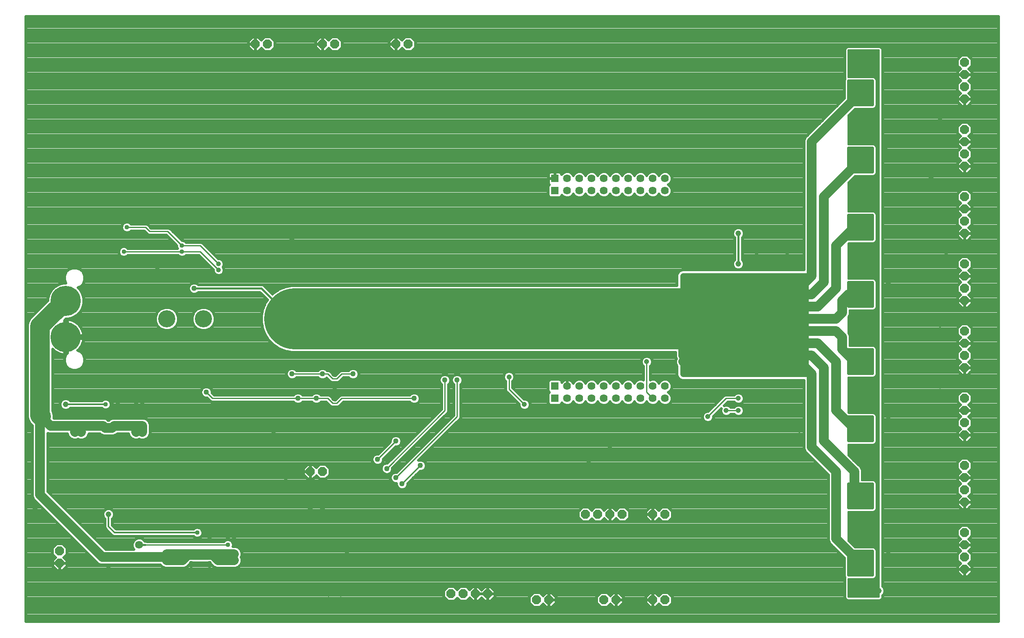
<source format=gbl>
G75*
%MOIN*%
%OFA0B0*%
%FSLAX25Y25*%
%IPPOS*%
%LPD*%
%AMOC8*
5,1,8,0,0,1.08239X$1,22.5*
%
%ADD10OC8,0.07124*%
%ADD11C,0.06400*%
%ADD12C,0.24669*%
%ADD13R,0.06400X0.06400*%
%ADD14C,0.14000*%
%ADD15C,0.04559*%
%ADD16C,0.02400*%
%ADD17C,0.03772*%
%ADD18C,0.04953*%
%ADD19C,0.04165*%
%ADD20C,0.05150*%
%ADD21C,0.04362*%
%ADD22C,0.05543*%
%ADD23C,0.01000*%
%ADD24C,0.04100*%
%ADD25C,0.08000*%
%ADD26C,0.16000*%
%ADD27C,0.03969*%
%ADD28C,0.05000*%
%ADD29C,0.02000*%
%ADD30C,0.50000*%
%ADD31C,0.01600*%
%ADD32C,0.01200*%
D10*
X0390686Y0706230D03*
X0400686Y0706230D03*
X0410686Y0706230D03*
X0420686Y0706230D03*
X0460686Y0701230D03*
X0470686Y0701230D03*
X0515686Y0701230D03*
X0525686Y0701230D03*
X0555686Y0701230D03*
X0565686Y0701230D03*
X0565686Y0771230D03*
X0555686Y0771230D03*
X0530686Y0771230D03*
X0520686Y0771230D03*
X0510686Y0771230D03*
X0500686Y0771230D03*
X0285686Y0806230D03*
X0275686Y0806230D03*
X0070686Y0741230D03*
X0070686Y0731230D03*
X0230686Y1156230D03*
X0240686Y1156230D03*
X0285686Y1156230D03*
X0295686Y1156230D03*
X0345686Y1156230D03*
X0355686Y1156230D03*
X0810686Y1141230D03*
X0810686Y1131230D03*
X0810686Y1121230D03*
X0810686Y1111230D03*
X0810686Y1086230D03*
X0810686Y1076230D03*
X0810686Y1066230D03*
X0810686Y1056230D03*
X0810686Y1031230D03*
X0810686Y1021230D03*
X0810686Y1011230D03*
X0810686Y1001230D03*
X0810686Y0976230D03*
X0810686Y0966230D03*
X0810686Y0956230D03*
X0810686Y0946230D03*
X0810686Y0921230D03*
X0810686Y0911230D03*
X0810686Y0901230D03*
X0810686Y0891230D03*
X0810686Y0866230D03*
X0810686Y0856230D03*
X0810686Y0846230D03*
X0810686Y0836230D03*
X0810686Y0811230D03*
X0810686Y0801230D03*
X0810686Y0791230D03*
X0810686Y0781230D03*
X0810686Y0756230D03*
X0810686Y0746230D03*
X0810686Y0736230D03*
X0810686Y0726230D03*
D11*
X0565686Y0866230D03*
X0555686Y0866230D03*
X0545686Y0866230D03*
X0535686Y0866230D03*
X0525686Y0866230D03*
X0515686Y0866230D03*
X0505686Y0866230D03*
X0495686Y0866230D03*
X0485686Y0866230D03*
X0485686Y0876230D03*
X0495686Y0876230D03*
X0505686Y0876230D03*
X0515686Y0876230D03*
X0525686Y0876230D03*
X0535686Y0876230D03*
X0545686Y0876230D03*
X0555686Y0876230D03*
X0565686Y0876230D03*
X0565686Y1036230D03*
X0555686Y1036230D03*
X0545686Y1036230D03*
X0535686Y1036230D03*
X0525686Y1036230D03*
X0515686Y1036230D03*
X0505686Y1036230D03*
X0495686Y1036230D03*
X0485686Y1036230D03*
X0485686Y1046230D03*
X0495686Y1046230D03*
X0505686Y1046230D03*
X0515686Y1046230D03*
X0525686Y1046230D03*
X0535686Y1046230D03*
X0545686Y1046230D03*
X0555686Y1046230D03*
X0565686Y1046230D03*
X0135686Y0746230D03*
X0135686Y0736230D03*
D12*
X0075686Y0916480D03*
X0075686Y0945980D03*
D13*
X0475686Y0876230D03*
X0475686Y0866230D03*
X0475686Y1036230D03*
X0475686Y1046230D03*
D14*
X0293036Y0931230D03*
X0263036Y0931230D03*
X0188336Y0931230D03*
X0158336Y0931230D03*
D15*
X0215686Y0861230D03*
X0230686Y0881230D03*
X0240686Y0881230D03*
X0155686Y0761230D03*
X0120686Y0761230D03*
X0110686Y0771230D03*
X0080686Y0761230D03*
X0075686Y0766230D03*
X0050686Y0776230D03*
X0045686Y0826230D03*
X0075686Y0861230D03*
X0080686Y0866230D03*
X0054552Y0866230D03*
X0054552Y0881230D03*
X0110686Y0726230D03*
X0305686Y0741230D03*
X0625686Y0976230D03*
X0640686Y0986230D03*
X0625686Y1001230D03*
X0665686Y0986230D03*
X0720686Y0981230D03*
X0720686Y0998730D03*
X0720686Y1006230D03*
X0720686Y1013730D03*
X0730686Y1013730D03*
X0730686Y0998730D03*
X0748186Y1016230D03*
X0720686Y1036230D03*
X0720686Y1053730D03*
X0720686Y1061230D03*
X0720686Y1068730D03*
X0730686Y1068730D03*
X0745686Y1071230D03*
X0730686Y1053730D03*
X0720686Y1091230D03*
X0720686Y1108730D03*
X0720686Y1116230D03*
X0720686Y1123730D03*
X0730686Y1123730D03*
X0730686Y1108730D03*
X0745686Y1126230D03*
X0720686Y1146230D03*
X0783186Y1098730D03*
X0790686Y1096230D03*
X0783186Y1046230D03*
X0790686Y1041230D03*
X0795686Y0986230D03*
X0748186Y0961230D03*
X0730686Y0958730D03*
X0720686Y0958730D03*
X0720686Y0951230D03*
X0720686Y0943730D03*
X0730686Y0943730D03*
X0720686Y0926230D03*
X0720686Y0903730D03*
X0720686Y0896230D03*
X0720686Y0888730D03*
X0730686Y0888730D03*
X0730686Y0903730D03*
X0748186Y0906230D03*
X0720686Y0871230D03*
X0720686Y0848730D03*
X0720686Y0841230D03*
X0720686Y0833730D03*
X0730686Y0833730D03*
X0730686Y0848730D03*
X0748186Y0851230D03*
X0720686Y0816230D03*
X0720686Y0793730D03*
X0720686Y0786230D03*
X0720686Y0778730D03*
X0730686Y0778730D03*
X0720686Y0761230D03*
X0720686Y0738730D03*
X0720686Y0731230D03*
X0720686Y0723730D03*
X0730686Y0723730D03*
X0730686Y0708730D03*
X0720686Y0708730D03*
X0740686Y0708730D03*
X0730686Y0738730D03*
X0748186Y0741230D03*
X0790686Y0766230D03*
X0748186Y0796230D03*
X0730686Y0793730D03*
X0790686Y0821230D03*
X0790686Y0876230D03*
X0790686Y1151230D03*
D16*
X0043086Y1178830D02*
X0043086Y0683630D01*
X0838208Y0683630D01*
X0838208Y1178830D01*
X0043086Y1178830D01*
X0043086Y1177722D02*
X0838208Y1177722D01*
X0838208Y1175324D02*
X0043086Y1175324D01*
X0043086Y1172925D02*
X0838208Y1172925D01*
X0838208Y1170527D02*
X0043086Y1170527D01*
X0043086Y1168128D02*
X0838208Y1168128D01*
X0838208Y1165730D02*
X0043086Y1165730D01*
X0043086Y1163331D02*
X0838208Y1163331D01*
X0838208Y1160933D02*
X0359416Y1160933D01*
X0358156Y1162193D02*
X0353217Y1162193D01*
X0350545Y1159521D01*
X0348073Y1161993D01*
X0345686Y1161993D01*
X0343300Y1161993D01*
X0339924Y1158617D01*
X0339924Y1156230D01*
X0339924Y1153844D01*
X0343300Y1150468D01*
X0345686Y1150468D01*
X0345686Y1156230D01*
X0345686Y1156230D01*
X0339924Y1156230D01*
X0345686Y1156230D01*
X0345686Y1156230D01*
X0345686Y1150468D01*
X0348073Y1150468D01*
X0350545Y1152940D01*
X0353217Y1150268D01*
X0358156Y1150268D01*
X0361649Y1153761D01*
X0361649Y1158700D01*
X0358156Y1162193D01*
X0361649Y1158534D02*
X0838208Y1158534D01*
X0838208Y1156136D02*
X0361649Y1156136D01*
X0361625Y1153737D02*
X0713950Y1153737D01*
X0713987Y1153774D02*
X0713143Y1152930D01*
X0712686Y1151827D01*
X0712686Y1127872D01*
X0712286Y1126907D01*
X0712286Y1111881D01*
X0682061Y1081656D01*
X0680261Y1079856D01*
X0679286Y1077503D01*
X0679286Y0971530D01*
X0579632Y0971530D01*
X0577684Y0970723D01*
X0576193Y0969233D01*
X0575386Y0967285D01*
X0575386Y0958630D01*
X0260338Y0958630D01*
X0255044Y0957577D01*
X0250058Y0955512D01*
X0245570Y0952513D01*
X0244749Y0951693D01*
X0237499Y0958943D01*
X0236323Y0959430D01*
X0183965Y0959430D01*
X0183281Y0960114D01*
X0181598Y0960811D01*
X0179775Y0960811D01*
X0178091Y0960114D01*
X0176803Y0958825D01*
X0176105Y0957142D01*
X0176105Y0955319D01*
X0176803Y0953635D01*
X0178091Y0952347D01*
X0179775Y0951649D01*
X0181598Y0951649D01*
X0183281Y0952347D01*
X0183965Y0953030D01*
X0234361Y0953030D01*
X0240528Y0946863D01*
X0238755Y0944209D01*
X0236689Y0939223D01*
X0235636Y0933929D01*
X0235636Y0928532D01*
X0236689Y0923238D01*
X0238755Y0918252D01*
X0241753Y0913764D01*
X0245570Y0909947D01*
X0250058Y0906949D01*
X0255044Y0904883D01*
X0260338Y0903830D01*
X0574286Y0903830D01*
X0574286Y0899957D01*
X0574795Y0898730D01*
X0574286Y0897503D01*
X0574286Y0894957D01*
X0575261Y0892605D01*
X0575386Y0892479D01*
X0575386Y0885176D01*
X0576193Y0883228D01*
X0577684Y0881737D01*
X0579632Y0880930D01*
X0679286Y0880930D01*
X0679286Y0824957D01*
X0680261Y0822605D01*
X0699286Y0803579D01*
X0699286Y0749957D01*
X0700261Y0747605D01*
X0702061Y0745805D01*
X0712286Y0735579D01*
X0712286Y0720554D01*
X0712686Y0719588D01*
X0712686Y0703134D01*
X0713143Y0702031D01*
X0713987Y0701187D01*
X0715090Y0700730D01*
X0741283Y0700730D01*
X0742386Y0701187D01*
X0743230Y0702031D01*
X0743686Y0703134D01*
X0743686Y0705113D01*
X0744653Y0706080D01*
X0745366Y0707800D01*
X0745366Y0709661D01*
X0744653Y0711381D01*
X0743686Y0712348D01*
X0743686Y1151827D01*
X0743230Y1152930D01*
X0742386Y1153774D01*
X0741283Y1154230D01*
X0715090Y1154230D01*
X0713987Y1153774D01*
X0712686Y1151339D02*
X0359226Y1151339D01*
X0352146Y1151339D02*
X0348944Y1151339D01*
X0345686Y1151339D02*
X0345686Y1151339D01*
X0345686Y1153737D02*
X0345686Y1153737D01*
X0345686Y1156136D02*
X0345686Y1156136D01*
X0345686Y1156230D02*
X0345686Y1161993D01*
X0345686Y1156230D01*
X0345686Y1156230D01*
X0345686Y1158534D02*
X0345686Y1158534D01*
X0345686Y1160933D02*
X0345686Y1160933D01*
X0342240Y1160933D02*
X0299416Y1160933D01*
X0298156Y1162193D02*
X0293217Y1162193D01*
X0290545Y1159521D01*
X0288073Y1161993D01*
X0285686Y1161993D01*
X0283300Y1161993D01*
X0279924Y1158617D01*
X0279924Y1156230D01*
X0279924Y1153844D01*
X0283300Y1150468D01*
X0285686Y1150468D01*
X0285686Y1156230D01*
X0285686Y1156230D01*
X0279924Y1156230D01*
X0285686Y1156230D01*
X0285686Y1156230D01*
X0285686Y1150468D01*
X0288073Y1150468D01*
X0290545Y1152940D01*
X0293217Y1150268D01*
X0298156Y1150268D01*
X0301649Y1153761D01*
X0301649Y1158700D01*
X0298156Y1162193D01*
X0301649Y1158534D02*
X0339924Y1158534D01*
X0339924Y1156136D02*
X0301649Y1156136D01*
X0301625Y1153737D02*
X0340031Y1153737D01*
X0342429Y1151339D02*
X0299226Y1151339D01*
X0292146Y1151339D02*
X0288944Y1151339D01*
X0285686Y1151339D02*
X0285686Y1151339D01*
X0285686Y1153737D02*
X0285686Y1153737D01*
X0285686Y1156136D02*
X0285686Y1156136D01*
X0285686Y1156230D02*
X0285686Y1161993D01*
X0285686Y1156230D01*
X0285686Y1156230D01*
X0285686Y1158534D02*
X0285686Y1158534D01*
X0285686Y1160933D02*
X0285686Y1160933D01*
X0282240Y1160933D02*
X0244416Y1160933D01*
X0243156Y1162193D02*
X0238217Y1162193D01*
X0235545Y1159521D01*
X0233073Y1161993D01*
X0230686Y1161993D01*
X0228300Y1161993D01*
X0224924Y1158617D01*
X0224924Y1156230D01*
X0224924Y1153844D01*
X0228300Y1150468D01*
X0230686Y1150468D01*
X0230686Y1156230D01*
X0230686Y1156230D01*
X0224924Y1156230D01*
X0230686Y1156230D01*
X0230686Y1156230D01*
X0230686Y1150468D01*
X0233073Y1150468D01*
X0235545Y1152940D01*
X0238217Y1150268D01*
X0243156Y1150268D01*
X0246649Y1153761D01*
X0246649Y1158700D01*
X0243156Y1162193D01*
X0246649Y1158534D02*
X0279924Y1158534D01*
X0279924Y1156136D02*
X0246649Y1156136D01*
X0246625Y1153737D02*
X0280031Y1153737D01*
X0282429Y1151339D02*
X0244226Y1151339D01*
X0237146Y1151339D02*
X0233944Y1151339D01*
X0230686Y1151339D02*
X0230686Y1151339D01*
X0230686Y1153737D02*
X0230686Y1153737D01*
X0230686Y1156136D02*
X0230686Y1156136D01*
X0230686Y1156230D02*
X0230686Y1161993D01*
X0230686Y1156230D01*
X0230686Y1156230D01*
X0230686Y1158534D02*
X0230686Y1158534D01*
X0230686Y1160933D02*
X0230686Y1160933D01*
X0227240Y1160933D02*
X0043086Y1160933D01*
X0043086Y1158534D02*
X0224924Y1158534D01*
X0224924Y1156136D02*
X0043086Y1156136D01*
X0043086Y1153737D02*
X0225031Y1153737D01*
X0227429Y1151339D02*
X0043086Y1151339D01*
X0043086Y1148940D02*
X0712686Y1148940D01*
X0712686Y1146542D02*
X0043086Y1146542D01*
X0043086Y1144143D02*
X0712686Y1144143D01*
X0712686Y1141745D02*
X0043086Y1141745D01*
X0043086Y1139346D02*
X0712686Y1139346D01*
X0712686Y1136948D02*
X0043086Y1136948D01*
X0043086Y1134549D02*
X0712686Y1134549D01*
X0712686Y1132151D02*
X0043086Y1132151D01*
X0043086Y1129752D02*
X0712686Y1129752D01*
X0712471Y1127353D02*
X0043086Y1127353D01*
X0043086Y1124955D02*
X0712286Y1124955D01*
X0712286Y1122556D02*
X0043086Y1122556D01*
X0043086Y1120158D02*
X0712286Y1120158D01*
X0712286Y1117759D02*
X0043086Y1117759D01*
X0043086Y1115361D02*
X0712286Y1115361D01*
X0712286Y1112962D02*
X0043086Y1112962D01*
X0043086Y1110564D02*
X0710969Y1110564D01*
X0708570Y1108165D02*
X0043086Y1108165D01*
X0043086Y1105767D02*
X0706172Y1105767D01*
X0703773Y1103368D02*
X0043086Y1103368D01*
X0043086Y1100970D02*
X0701375Y1100970D01*
X0698976Y1098571D02*
X0043086Y1098571D01*
X0043086Y1096173D02*
X0696578Y1096173D01*
X0694179Y1093774D02*
X0043086Y1093774D01*
X0043086Y1091376D02*
X0691781Y1091376D01*
X0689382Y1088977D02*
X0043086Y1088977D01*
X0043086Y1086579D02*
X0686984Y1086579D01*
X0684585Y1084180D02*
X0043086Y1084180D01*
X0043086Y1081782D02*
X0682187Y1081782D01*
X0680065Y1079383D02*
X0043086Y1079383D01*
X0043086Y1076985D02*
X0679286Y1076985D01*
X0679286Y1074586D02*
X0043086Y1074586D01*
X0043086Y1072188D02*
X0679286Y1072188D01*
X0679286Y1069789D02*
X0043086Y1069789D01*
X0043086Y1067391D02*
X0679286Y1067391D01*
X0679286Y1064992D02*
X0043086Y1064992D01*
X0043086Y1062594D02*
X0679286Y1062594D01*
X0679286Y1060195D02*
X0043086Y1060195D01*
X0043086Y1057797D02*
X0679286Y1057797D01*
X0679286Y1055398D02*
X0043086Y1055398D01*
X0043086Y1053000D02*
X0679286Y1053000D01*
X0679286Y1050601D02*
X0569235Y1050601D01*
X0568858Y1050978D02*
X0566800Y1051830D01*
X0564572Y1051830D01*
X0562514Y1050978D01*
X0560939Y1049403D01*
X0560686Y1048793D01*
X0560434Y1049403D01*
X0558858Y1050978D01*
X0556800Y1051830D01*
X0554572Y1051830D01*
X0552514Y1050978D01*
X0550939Y1049403D01*
X0550686Y1048793D01*
X0550434Y1049403D01*
X0548858Y1050978D01*
X0546800Y1051830D01*
X0544572Y1051830D01*
X0542514Y1050978D01*
X0540939Y1049403D01*
X0540686Y1048793D01*
X0540434Y1049403D01*
X0538858Y1050978D01*
X0536800Y1051830D01*
X0534572Y1051830D01*
X0532514Y1050978D01*
X0530939Y1049403D01*
X0530686Y1048793D01*
X0530434Y1049403D01*
X0528858Y1050978D01*
X0526800Y1051830D01*
X0524572Y1051830D01*
X0522514Y1050978D01*
X0520939Y1049403D01*
X0520686Y1048793D01*
X0520434Y1049403D01*
X0518858Y1050978D01*
X0516800Y1051830D01*
X0514572Y1051830D01*
X0512514Y1050978D01*
X0510939Y1049403D01*
X0510686Y1048793D01*
X0510434Y1049403D01*
X0508858Y1050978D01*
X0506800Y1051830D01*
X0504572Y1051830D01*
X0502514Y1050978D01*
X0500939Y1049403D01*
X0500686Y1048793D01*
X0500434Y1049403D01*
X0498858Y1050978D01*
X0496800Y1051830D01*
X0494572Y1051830D01*
X0492514Y1050978D01*
X0490939Y1049403D01*
X0490686Y1048793D01*
X0490434Y1049403D01*
X0488858Y1050978D01*
X0486800Y1051830D01*
X0484572Y1051830D01*
X0482514Y1050978D01*
X0481086Y1049550D01*
X0481086Y1049720D01*
X0480936Y1050280D01*
X0480647Y1050781D01*
X0480237Y1051191D01*
X0479735Y1051480D01*
X0479176Y1051630D01*
X0475686Y1051630D01*
X0472197Y1051630D01*
X0471637Y1051480D01*
X0471135Y1051191D01*
X0470726Y1050781D01*
X0470436Y1050280D01*
X0470286Y1049720D01*
X0470286Y1046230D01*
X0470286Y1042741D01*
X0470436Y1042181D01*
X0470726Y1041680D01*
X0471034Y1041372D01*
X0470452Y1040790D01*
X0470086Y1039908D01*
X0470086Y1032553D01*
X0470452Y1031671D01*
X0471127Y1030996D01*
X0472009Y1030630D01*
X0479364Y1030630D01*
X0480246Y1030996D01*
X0480921Y1031671D01*
X0481286Y1032553D01*
X0481286Y1032711D01*
X0482514Y1031483D01*
X0484572Y1030630D01*
X0486800Y1030630D01*
X0488858Y1031483D01*
X0490434Y1033058D01*
X0490686Y1033668D01*
X0490939Y1033058D01*
X0492514Y1031483D01*
X0494572Y1030630D01*
X0496800Y1030630D01*
X0498858Y1031483D01*
X0500434Y1033058D01*
X0500686Y1033668D01*
X0500939Y1033058D01*
X0502514Y1031483D01*
X0504572Y1030630D01*
X0506800Y1030630D01*
X0508858Y1031483D01*
X0510434Y1033058D01*
X0510686Y1033668D01*
X0510939Y1033058D01*
X0512514Y1031483D01*
X0514572Y1030630D01*
X0516800Y1030630D01*
X0518858Y1031483D01*
X0520434Y1033058D01*
X0520686Y1033668D01*
X0520939Y1033058D01*
X0522514Y1031483D01*
X0524572Y1030630D01*
X0526800Y1030630D01*
X0528858Y1031483D01*
X0530434Y1033058D01*
X0530686Y1033668D01*
X0530939Y1033058D01*
X0532514Y1031483D01*
X0534572Y1030630D01*
X0536800Y1030630D01*
X0538858Y1031483D01*
X0540434Y1033058D01*
X0540686Y1033668D01*
X0540939Y1033058D01*
X0542514Y1031483D01*
X0544572Y1030630D01*
X0546800Y1030630D01*
X0548858Y1031483D01*
X0550434Y1033058D01*
X0550686Y1033668D01*
X0550939Y1033058D01*
X0552514Y1031483D01*
X0554572Y1030630D01*
X0556800Y1030630D01*
X0558858Y1031483D01*
X0560434Y1033058D01*
X0560686Y1033668D01*
X0560939Y1033058D01*
X0562514Y1031483D01*
X0564572Y1030630D01*
X0566800Y1030630D01*
X0568858Y1031483D01*
X0570434Y1033058D01*
X0571286Y1035116D01*
X0571286Y1037344D01*
X0570434Y1039403D01*
X0568858Y1040978D01*
X0568249Y1041230D01*
X0568858Y1041483D01*
X0570434Y1043058D01*
X0571286Y1045116D01*
X0571286Y1047344D01*
X0570434Y1049403D01*
X0568858Y1050978D01*
X0570931Y1048203D02*
X0679286Y1048203D01*
X0679286Y1045804D02*
X0571286Y1045804D01*
X0570578Y1043406D02*
X0679286Y1043406D01*
X0679286Y1041007D02*
X0568788Y1041007D01*
X0570763Y1038609D02*
X0679286Y1038609D01*
X0679286Y1036210D02*
X0571286Y1036210D01*
X0570746Y1033812D02*
X0679286Y1033812D01*
X0679286Y1031413D02*
X0568690Y1031413D01*
X0562683Y1031413D02*
X0558690Y1031413D01*
X0552683Y1031413D02*
X0548690Y1031413D01*
X0542683Y1031413D02*
X0538690Y1031413D01*
X0532683Y1031413D02*
X0528690Y1031413D01*
X0522683Y1031413D02*
X0518690Y1031413D01*
X0512683Y1031413D02*
X0508690Y1031413D01*
X0502683Y1031413D02*
X0498690Y1031413D01*
X0492683Y1031413D02*
X0488690Y1031413D01*
X0482683Y1031413D02*
X0480663Y1031413D01*
X0470710Y1031413D02*
X0043086Y1031413D01*
X0043086Y1029015D02*
X0679286Y1029015D01*
X0679286Y1026616D02*
X0043086Y1026616D01*
X0043086Y1024217D02*
X0679286Y1024217D01*
X0679286Y1021819D02*
X0043086Y1021819D01*
X0043086Y1019420D02*
X0679286Y1019420D01*
X0679286Y1017022D02*
X0043086Y1017022D01*
X0043086Y1014623D02*
X0679286Y1014623D01*
X0679286Y1012225D02*
X0043086Y1012225D01*
X0043086Y1009826D02*
X0123221Y1009826D01*
X0123259Y1009864D02*
X0122053Y1008658D01*
X0121401Y1007083D01*
X0121401Y1005378D01*
X0122053Y1003803D01*
X0123259Y1002597D01*
X0124834Y1001945D01*
X0126539Y1001945D01*
X0128114Y1002597D01*
X0128847Y1003330D01*
X0139701Y1003330D01*
X0141827Y1001205D01*
X0142642Y1000389D01*
X0143708Y0999948D01*
X0157868Y0999948D01*
X0166401Y0991415D01*
X0166401Y0990378D01*
X0166917Y0989130D01*
X0126347Y0989130D01*
X0125614Y0989864D01*
X0124039Y0990516D01*
X0122334Y0990516D01*
X0120759Y0989864D01*
X0119553Y0988658D01*
X0118901Y0987083D01*
X0118901Y0985378D01*
X0119553Y0983803D01*
X0120759Y0982597D01*
X0122334Y0981945D01*
X0124039Y0981945D01*
X0125614Y0982597D01*
X0126347Y0983330D01*
X0167525Y0983330D01*
X0168259Y0982597D01*
X0169834Y0981945D01*
X0171539Y0981945D01*
X0173114Y0982597D01*
X0173847Y0983330D01*
X0184485Y0983330D01*
X0196302Y0971513D01*
X0196302Y0970358D01*
X0196970Y0968747D01*
X0198203Y0967514D01*
X0199814Y0966846D01*
X0201558Y0966846D01*
X0203170Y0967514D01*
X0204403Y0968747D01*
X0205071Y0970358D01*
X0205071Y0972102D01*
X0204403Y0973714D01*
X0204387Y0973730D01*
X0204403Y0973747D01*
X0205071Y0975358D01*
X0205071Y0977102D01*
X0204403Y0978714D01*
X0203170Y0979947D01*
X0201558Y0980615D01*
X0200403Y0980615D01*
X0187329Y0993689D01*
X0186263Y0994130D01*
X0173847Y0994130D01*
X0173114Y0994864D01*
X0171539Y0995516D01*
X0170502Y0995516D01*
X0161527Y1004490D01*
X0160712Y1005306D01*
X0159646Y1005748D01*
X0145486Y1005748D01*
X0142545Y1008689D01*
X0141479Y1009130D01*
X0128847Y1009130D01*
X0128114Y1009864D01*
X0126539Y1010516D01*
X0124834Y1010516D01*
X0123259Y1009864D01*
X0121543Y1007428D02*
X0043086Y1007428D01*
X0043086Y1005029D02*
X0121545Y1005029D01*
X0123225Y1002631D02*
X0043086Y1002631D01*
X0043086Y1000232D02*
X0143021Y1000232D01*
X0140401Y1002631D02*
X0128148Y1002631D01*
X0128151Y1009826D02*
X0679286Y1009826D01*
X0679286Y1007428D02*
X0143806Y1007428D01*
X0160989Y1005029D02*
X0622868Y1005029D01*
X0623036Y1005197D02*
X0621719Y1003881D01*
X0621007Y1002161D01*
X0621007Y1000300D01*
X0621719Y0998580D01*
X0622486Y0997813D01*
X0622486Y0979648D01*
X0621719Y0978881D01*
X0621007Y0977161D01*
X0621007Y0975300D01*
X0621719Y0973580D01*
X0623036Y0972263D01*
X0624755Y0971551D01*
X0626617Y0971551D01*
X0628337Y0972263D01*
X0629653Y0973580D01*
X0630366Y0975300D01*
X0630366Y0977161D01*
X0629653Y0978881D01*
X0628886Y0979648D01*
X0628886Y0997813D01*
X0629653Y0998580D01*
X0630366Y1000300D01*
X0630366Y1002161D01*
X0629653Y1003881D01*
X0628337Y1005197D01*
X0626617Y1005910D01*
X0624755Y1005910D01*
X0623036Y1005197D01*
X0621201Y1002631D02*
X0163387Y1002631D01*
X0165786Y1000232D02*
X0621035Y1000232D01*
X0622465Y0997834D02*
X0168184Y0997834D01*
X0171734Y0995435D02*
X0622486Y0995435D01*
X0622486Y0993037D02*
X0187981Y0993037D01*
X0190380Y0990638D02*
X0622486Y0990638D01*
X0622486Y0988240D02*
X0192778Y0988240D01*
X0195177Y0985841D02*
X0622486Y0985841D01*
X0622486Y0983443D02*
X0197575Y0983443D01*
X0199974Y0981044D02*
X0622486Y0981044D01*
X0621622Y0978646D02*
X0204431Y0978646D01*
X0205071Y0976247D02*
X0621007Y0976247D01*
X0621608Y0973849D02*
X0204445Y0973849D01*
X0205071Y0971450D02*
X0579439Y0971450D01*
X0576118Y0969052D02*
X0204529Y0969052D01*
X0196843Y0969052D02*
X0090022Y0969052D01*
X0089823Y0969532D02*
X0087488Y0971867D01*
X0084437Y0973130D01*
X0081135Y0973130D01*
X0078085Y0971867D01*
X0075750Y0969532D01*
X0074486Y0966481D01*
X0074486Y0963179D01*
X0075507Y0960715D01*
X0073746Y0960715D01*
X0069999Y0959711D01*
X0066639Y0957771D01*
X0063896Y0955028D01*
X0061956Y0951668D01*
X0060952Y0947920D01*
X0060952Y0946171D01*
X0060546Y0945937D01*
X0058610Y0944001D01*
X0048166Y0933557D01*
X0046230Y0931620D01*
X0044860Y0929249D01*
X0044152Y0926604D01*
X0044152Y0850996D01*
X0044860Y0848351D01*
X0046230Y0845979D01*
X0048152Y0844057D01*
X0048152Y0786092D01*
X0049126Y0783740D01*
X0070261Y0762605D01*
X0075261Y0757605D01*
X0100261Y0732605D01*
X0102061Y0730805D01*
X0104413Y0729830D01*
X0153035Y0729830D01*
X0154561Y0728305D01*
X0156913Y0727330D01*
X0172504Y0727330D01*
X0174856Y0728305D01*
X0178068Y0731516D01*
X0193305Y0731516D01*
X0196516Y0728305D01*
X0198868Y0727330D01*
X0201415Y0727330D01*
X0214459Y0727330D01*
X0216812Y0728305D01*
X0218612Y0730105D01*
X0219586Y0732457D01*
X0219586Y0735003D01*
X0219078Y0736230D01*
X0219586Y0737457D01*
X0219586Y0740003D01*
X0218612Y0742356D01*
X0216812Y0744156D01*
X0214459Y0745130D01*
X0212370Y0745130D01*
X0212472Y0745378D01*
X0212472Y0747083D01*
X0211820Y0748658D01*
X0210614Y0749864D01*
X0209039Y0750516D01*
X0207334Y0750516D01*
X0205759Y0749864D01*
X0205025Y0749130D01*
X0142047Y0749130D01*
X0141323Y0749430D01*
X0140406Y0749430D01*
X0138858Y0750978D01*
X0136800Y0751830D01*
X0134572Y0751830D01*
X0132514Y0750978D01*
X0130939Y0749403D01*
X0130086Y0747344D01*
X0130086Y0745116D01*
X0130939Y0743058D01*
X0131367Y0742630D01*
X0108337Y0742630D01*
X0084312Y0766656D01*
X0079312Y0771656D01*
X0060952Y0790016D01*
X0060952Y0837729D01*
X0061913Y0837330D01*
X0076839Y0837330D01*
X0077761Y0835105D01*
X0079561Y0833305D01*
X0081913Y0832330D01*
X0084459Y0832330D01*
X0085686Y0832839D01*
X0086913Y0832330D01*
X0089459Y0832330D01*
X0091812Y0833305D01*
X0093612Y0835105D01*
X0094534Y0837330D01*
X0103580Y0837330D01*
X0104292Y0836619D01*
X0106644Y0835645D01*
X0114729Y0835645D01*
X0117081Y0836619D01*
X0117792Y0837330D01*
X0126839Y0837330D01*
X0127761Y0835105D01*
X0129561Y0833305D01*
X0131913Y0832330D01*
X0134459Y0832330D01*
X0135686Y0832839D01*
X0136913Y0832330D01*
X0139459Y0832330D01*
X0141812Y0833305D01*
X0143612Y0835105D01*
X0144586Y0837457D01*
X0144586Y0845003D01*
X0143612Y0847356D01*
X0141812Y0849156D01*
X0139459Y0850130D01*
X0113868Y0850130D01*
X0111516Y0849156D01*
X0110805Y0848445D01*
X0110568Y0848445D01*
X0109856Y0849156D01*
X0107504Y0850130D01*
X0066086Y0850130D01*
X0066086Y0852600D01*
X0065378Y0855245D01*
X0064952Y0855982D01*
X0064952Y0906660D01*
X0065914Y0905698D01*
X0067018Y0904792D01*
X0068205Y0903999D01*
X0069464Y0903325D01*
X0070784Y0902779D01*
X0072150Y0902364D01*
X0073551Y0902086D01*
X0074486Y0901994D01*
X0074486Y0915280D01*
X0076886Y0915280D01*
X0076886Y0903468D01*
X0075750Y0902332D01*
X0074486Y0899281D01*
X0074486Y0895979D01*
X0075750Y0892929D01*
X0078085Y0890594D01*
X0081135Y0889330D01*
X0084437Y0889330D01*
X0087488Y0890594D01*
X0089823Y0892929D01*
X0091086Y0895979D01*
X0091086Y0899281D01*
X0089823Y0902332D01*
X0087488Y0904667D01*
X0085304Y0905571D01*
X0085459Y0905698D01*
X0086469Y0906708D01*
X0087375Y0907812D01*
X0088168Y0908999D01*
X0088841Y0910259D01*
X0089388Y0911578D01*
X0089802Y0912944D01*
X0090081Y0914345D01*
X0090173Y0915280D01*
X0076886Y0915280D01*
X0076886Y0917680D01*
X0090173Y0917680D01*
X0090081Y0918616D01*
X0089802Y0920016D01*
X0089388Y0921383D01*
X0088841Y0922702D01*
X0088168Y0923962D01*
X0087375Y0925149D01*
X0086469Y0926253D01*
X0085459Y0927263D01*
X0084355Y0928169D01*
X0083168Y0928962D01*
X0081908Y0929635D01*
X0080589Y0930182D01*
X0079222Y0930596D01*
X0077822Y0930875D01*
X0076886Y0930967D01*
X0076886Y0917680D01*
X0074486Y0917680D01*
X0074486Y0930073D01*
X0075643Y0931229D01*
X0075659Y0931246D01*
X0077626Y0931246D01*
X0081374Y0932250D01*
X0084734Y0934190D01*
X0087477Y0936933D01*
X0089417Y0940293D01*
X0090421Y0944041D01*
X0090421Y0947920D01*
X0089417Y0951668D01*
X0087477Y0955028D01*
X0085524Y0956981D01*
X0087488Y0957794D01*
X0089823Y0960129D01*
X0091086Y0963179D01*
X0091086Y0966481D01*
X0089823Y0969532D01*
X0087904Y0971450D02*
X0196302Y0971450D01*
X0193967Y0973849D02*
X0043086Y0973849D01*
X0043086Y0976247D02*
X0191568Y0976247D01*
X0189170Y0978646D02*
X0043086Y0978646D01*
X0043086Y0981044D02*
X0186771Y0981044D01*
X0183938Y0959458D02*
X0575386Y0959458D01*
X0575386Y0961856D02*
X0090538Y0961856D01*
X0091086Y0964255D02*
X0575386Y0964255D01*
X0575386Y0966653D02*
X0091015Y0966653D01*
X0089152Y0959458D02*
X0177435Y0959458D01*
X0176105Y0957059D02*
X0085714Y0957059D01*
X0087689Y0954661D02*
X0176378Y0954661D01*
X0178295Y0952262D02*
X0089074Y0952262D01*
X0089900Y0949864D02*
X0237528Y0949864D01*
X0239926Y0947465D02*
X0090421Y0947465D01*
X0090421Y0945067D02*
X0239328Y0945067D01*
X0238116Y0942668D02*
X0090053Y0942668D01*
X0089403Y0940270D02*
X0155596Y0940270D01*
X0156467Y0940630D02*
X0153012Y0939199D01*
X0150367Y0936555D01*
X0148936Y0933100D01*
X0148936Y0929361D01*
X0150367Y0925906D01*
X0153012Y0923261D01*
X0156467Y0921830D01*
X0160206Y0921830D01*
X0163661Y0923261D01*
X0166305Y0925906D01*
X0167736Y0929361D01*
X0167736Y0933100D01*
X0166305Y0936555D01*
X0163661Y0939199D01*
X0160206Y0940630D01*
X0156467Y0940630D01*
X0161077Y0940270D02*
X0185596Y0940270D01*
X0186467Y0940630D02*
X0183012Y0939199D01*
X0180367Y0936555D01*
X0178936Y0933100D01*
X0178936Y0929361D01*
X0180367Y0925906D01*
X0183012Y0923261D01*
X0186467Y0921830D01*
X0190206Y0921830D01*
X0193661Y0923261D01*
X0196305Y0925906D01*
X0197736Y0929361D01*
X0197736Y0933100D01*
X0196305Y0936555D01*
X0193661Y0939199D01*
X0190206Y0940630D01*
X0186467Y0940630D01*
X0191077Y0940270D02*
X0237123Y0940270D01*
X0236420Y0937871D02*
X0194989Y0937871D01*
X0196754Y0935473D02*
X0235943Y0935473D01*
X0235636Y0933074D02*
X0197736Y0933074D01*
X0197736Y0930676D02*
X0235636Y0930676D01*
X0235687Y0928277D02*
X0197287Y0928277D01*
X0196278Y0925879D02*
X0236164Y0925879D01*
X0236641Y0923480D02*
X0193880Y0923480D01*
X0182793Y0923480D02*
X0163880Y0923480D01*
X0166278Y0925879D02*
X0180395Y0925879D01*
X0179385Y0928277D02*
X0167287Y0928277D01*
X0167736Y0930676D02*
X0178936Y0930676D01*
X0178936Y0933074D02*
X0167736Y0933074D01*
X0166754Y0935473D02*
X0179919Y0935473D01*
X0181683Y0937871D02*
X0164989Y0937871D01*
X0151683Y0937871D02*
X0088019Y0937871D01*
X0086016Y0935473D02*
X0149919Y0935473D01*
X0148936Y0933074D02*
X0082801Y0933074D01*
X0078824Y0930676D02*
X0148936Y0930676D01*
X0149385Y0928277D02*
X0084193Y0928277D01*
X0086776Y0925879D02*
X0150395Y0925879D01*
X0152793Y0923480D02*
X0088426Y0923480D01*
X0089479Y0921082D02*
X0237583Y0921082D01*
X0238576Y0918683D02*
X0090068Y0918683D01*
X0089990Y0913886D02*
X0241672Y0913886D01*
X0240069Y0916284D02*
X0076886Y0916284D01*
X0076886Y0913886D02*
X0074486Y0913886D01*
X0074486Y0911487D02*
X0076886Y0911487D01*
X0076886Y0909089D02*
X0074486Y0909089D01*
X0074486Y0906690D02*
X0076886Y0906690D01*
X0076886Y0904292D02*
X0074486Y0904292D01*
X0075568Y0901893D02*
X0064952Y0901893D01*
X0064952Y0899495D02*
X0074575Y0899495D01*
X0074486Y0897096D02*
X0064952Y0897096D01*
X0064952Y0894698D02*
X0075017Y0894698D01*
X0076379Y0892299D02*
X0064952Y0892299D01*
X0064952Y0889901D02*
X0079758Y0889901D01*
X0085815Y0889901D02*
X0257878Y0889901D01*
X0258091Y0890114D02*
X0256803Y0888825D01*
X0256105Y0887142D01*
X0256105Y0885319D01*
X0256803Y0883635D01*
X0258091Y0882347D01*
X0259775Y0881649D01*
X0261598Y0881649D01*
X0263281Y0882347D01*
X0264265Y0883330D01*
X0282108Y0883330D01*
X0283091Y0882347D01*
X0284775Y0881649D01*
X0286598Y0881649D01*
X0288281Y0882347D01*
X0288996Y0883061D01*
X0292357Y0879700D01*
X0293423Y0879259D01*
X0297950Y0879259D01*
X0299016Y0879700D01*
X0302646Y0883330D01*
X0307108Y0883330D01*
X0308091Y0882347D01*
X0309775Y0881649D01*
X0311598Y0881649D01*
X0313281Y0882347D01*
X0314570Y0883635D01*
X0315267Y0885319D01*
X0315267Y0887142D01*
X0314570Y0888825D01*
X0313281Y0890114D01*
X0311598Y0890811D01*
X0309775Y0890811D01*
X0308091Y0890114D01*
X0307108Y0889130D01*
X0300868Y0889130D01*
X0299802Y0888689D01*
X0296172Y0885059D01*
X0295201Y0885059D01*
X0291571Y0888689D01*
X0290505Y0889130D01*
X0289265Y0889130D01*
X0288281Y0890114D01*
X0286598Y0890811D01*
X0284775Y0890811D01*
X0283091Y0890114D01*
X0282108Y0889130D01*
X0264265Y0889130D01*
X0263281Y0890114D01*
X0261598Y0890811D01*
X0259775Y0890811D01*
X0258091Y0890114D01*
X0256255Y0887502D02*
X0064952Y0887502D01*
X0064952Y0885104D02*
X0256194Y0885104D01*
X0257733Y0882705D02*
X0064952Y0882705D01*
X0064952Y0880307D02*
X0291750Y0880307D01*
X0289352Y0882705D02*
X0288640Y0882705D01*
X0282733Y0882705D02*
X0263640Y0882705D01*
X0263494Y0889901D02*
X0282878Y0889901D01*
X0288494Y0889901D02*
X0307878Y0889901D01*
X0313494Y0889901D02*
X0547786Y0889901D01*
X0547786Y0892299D02*
X0089193Y0892299D01*
X0090555Y0894698D02*
X0546469Y0894698D01*
X0546204Y0895339D02*
X0546886Y0893691D01*
X0547786Y0892791D01*
X0547786Y0881422D01*
X0546800Y0881830D01*
X0544572Y0881830D01*
X0542514Y0880978D01*
X0540939Y0879403D01*
X0540686Y0878793D01*
X0540434Y0879403D01*
X0538858Y0880978D01*
X0536800Y0881830D01*
X0534572Y0881830D01*
X0532514Y0880978D01*
X0530939Y0879403D01*
X0530686Y0878793D01*
X0530434Y0879403D01*
X0528858Y0880978D01*
X0526800Y0881830D01*
X0524572Y0881830D01*
X0522514Y0880978D01*
X0520939Y0879403D01*
X0520686Y0878793D01*
X0520434Y0879403D01*
X0518858Y0880978D01*
X0516800Y0881830D01*
X0514572Y0881830D01*
X0512514Y0880978D01*
X0510939Y0879403D01*
X0510686Y0878793D01*
X0510434Y0879403D01*
X0508858Y0880978D01*
X0506800Y0881830D01*
X0504572Y0881830D01*
X0502514Y0880978D01*
X0500939Y0879403D01*
X0500686Y0878793D01*
X0500434Y0879403D01*
X0498858Y0880978D01*
X0496800Y0881830D01*
X0494572Y0881830D01*
X0492514Y0880978D01*
X0490939Y0879403D01*
X0490576Y0878527D01*
X0490305Y0879061D01*
X0489805Y0879748D01*
X0489204Y0880349D01*
X0488517Y0880849D01*
X0487759Y0881235D01*
X0486951Y0881497D01*
X0486111Y0881630D01*
X0485686Y0881630D01*
X0485261Y0881630D01*
X0484422Y0881497D01*
X0483613Y0881235D01*
X0482856Y0880849D01*
X0482168Y0880349D01*
X0481567Y0879748D01*
X0481286Y0879361D01*
X0481286Y0879908D01*
X0480921Y0880790D01*
X0480246Y0881465D01*
X0479364Y0881830D01*
X0472009Y0881830D01*
X0471127Y0881465D01*
X0470452Y0880790D01*
X0470086Y0879908D01*
X0470086Y0872553D01*
X0470452Y0871671D01*
X0470892Y0871230D01*
X0470452Y0870790D01*
X0470086Y0869908D01*
X0470086Y0862553D01*
X0470452Y0861671D01*
X0471127Y0860996D01*
X0472009Y0860630D01*
X0479364Y0860630D01*
X0480246Y0860996D01*
X0480921Y0861671D01*
X0481286Y0862553D01*
X0481286Y0862711D01*
X0482514Y0861483D01*
X0484572Y0860630D01*
X0486800Y0860630D01*
X0488858Y0861483D01*
X0490434Y0863058D01*
X0490686Y0863668D01*
X0490939Y0863058D01*
X0492514Y0861483D01*
X0494572Y0860630D01*
X0496800Y0860630D01*
X0498858Y0861483D01*
X0500434Y0863058D01*
X0500686Y0863668D01*
X0500939Y0863058D01*
X0502514Y0861483D01*
X0504572Y0860630D01*
X0506800Y0860630D01*
X0508858Y0861483D01*
X0510434Y0863058D01*
X0510686Y0863668D01*
X0510939Y0863058D01*
X0512514Y0861483D01*
X0514572Y0860630D01*
X0516800Y0860630D01*
X0518858Y0861483D01*
X0520434Y0863058D01*
X0520686Y0863668D01*
X0520939Y0863058D01*
X0522514Y0861483D01*
X0524572Y0860630D01*
X0526800Y0860630D01*
X0528858Y0861483D01*
X0530434Y0863058D01*
X0530686Y0863668D01*
X0530939Y0863058D01*
X0532514Y0861483D01*
X0534572Y0860630D01*
X0536800Y0860630D01*
X0538858Y0861483D01*
X0540434Y0863058D01*
X0540686Y0863668D01*
X0540939Y0863058D01*
X0542514Y0861483D01*
X0544572Y0860630D01*
X0546800Y0860630D01*
X0548858Y0861483D01*
X0550434Y0863058D01*
X0550686Y0863668D01*
X0550939Y0863058D01*
X0552514Y0861483D01*
X0554572Y0860630D01*
X0556800Y0860630D01*
X0558858Y0861483D01*
X0560434Y0863058D01*
X0560686Y0863668D01*
X0560939Y0863058D01*
X0562514Y0861483D01*
X0564572Y0860630D01*
X0566800Y0860630D01*
X0568858Y0861483D01*
X0570434Y0863058D01*
X0571286Y0865116D01*
X0571286Y0867344D01*
X0570434Y0869403D01*
X0568858Y0870978D01*
X0568249Y0871230D01*
X0568858Y0871483D01*
X0570434Y0873058D01*
X0571286Y0875116D01*
X0571286Y0877344D01*
X0570434Y0879403D01*
X0568858Y0880978D01*
X0566800Y0881830D01*
X0564572Y0881830D01*
X0562514Y0880978D01*
X0560939Y0879403D01*
X0560686Y0878793D01*
X0560434Y0879403D01*
X0558858Y0880978D01*
X0556800Y0881830D01*
X0554572Y0881830D01*
X0553586Y0881422D01*
X0553586Y0892791D01*
X0554487Y0893691D01*
X0555169Y0895339D01*
X0555169Y0897122D01*
X0554487Y0898770D01*
X0553226Y0900031D01*
X0551578Y0900713D01*
X0549795Y0900713D01*
X0548147Y0900031D01*
X0546886Y0898770D01*
X0546204Y0897122D01*
X0546204Y0895339D01*
X0546204Y0897096D02*
X0091086Y0897096D01*
X0090998Y0899495D02*
X0547611Y0899495D01*
X0553761Y0899495D02*
X0574478Y0899495D01*
X0574286Y0901893D02*
X0090004Y0901893D01*
X0087863Y0904292D02*
X0258017Y0904292D01*
X0250681Y0906690D02*
X0086451Y0906690D01*
X0088216Y0909089D02*
X0246855Y0909089D01*
X0244030Y0911487D02*
X0089350Y0911487D01*
X0076886Y0918683D02*
X0074486Y0918683D01*
X0074486Y0921082D02*
X0076886Y0921082D01*
X0076886Y0923480D02*
X0074486Y0923480D01*
X0074486Y0925879D02*
X0076886Y0925879D01*
X0076886Y0928277D02*
X0074486Y0928277D01*
X0075089Y0930676D02*
X0076886Y0930676D01*
X0059676Y0945067D02*
X0043086Y0945067D01*
X0043086Y0947465D02*
X0060952Y0947465D01*
X0061472Y0949864D02*
X0043086Y0949864D01*
X0043086Y0952262D02*
X0062299Y0952262D01*
X0063684Y0954661D02*
X0043086Y0954661D01*
X0043086Y0957059D02*
X0065927Y0957059D01*
X0069560Y0959458D02*
X0043086Y0959458D01*
X0043086Y0961856D02*
X0075034Y0961856D01*
X0074486Y0964255D02*
X0043086Y0964255D01*
X0043086Y0966653D02*
X0074558Y0966653D01*
X0075551Y0969052D02*
X0043086Y0969052D01*
X0043086Y0971450D02*
X0077668Y0971450D01*
X0057277Y0942668D02*
X0043086Y0942668D01*
X0043086Y0940270D02*
X0054879Y0940270D01*
X0052480Y0937871D02*
X0043086Y0937871D01*
X0043086Y0935473D02*
X0050082Y0935473D01*
X0048166Y0933557D02*
X0048166Y0933557D01*
X0047683Y0933074D02*
X0043086Y0933074D01*
X0043086Y0930676D02*
X0045684Y0930676D01*
X0044600Y0928277D02*
X0043086Y0928277D01*
X0043086Y0925879D02*
X0044152Y0925879D01*
X0044152Y0923480D02*
X0043086Y0923480D01*
X0043086Y0921082D02*
X0044152Y0921082D01*
X0044152Y0918683D02*
X0043086Y0918683D01*
X0043086Y0916284D02*
X0044152Y0916284D01*
X0044152Y0913886D02*
X0043086Y0913886D01*
X0043086Y0911487D02*
X0044152Y0911487D01*
X0044152Y0909089D02*
X0043086Y0909089D01*
X0043086Y0906690D02*
X0044152Y0906690D01*
X0044152Y0904292D02*
X0043086Y0904292D01*
X0043086Y0901893D02*
X0044152Y0901893D01*
X0044152Y0899495D02*
X0043086Y0899495D01*
X0043086Y0897096D02*
X0044152Y0897096D01*
X0044152Y0894698D02*
X0043086Y0894698D01*
X0043086Y0892299D02*
X0044152Y0892299D01*
X0044152Y0889901D02*
X0043086Y0889901D01*
X0043086Y0887502D02*
X0044152Y0887502D01*
X0044152Y0885104D02*
X0043086Y0885104D01*
X0043086Y0882705D02*
X0044152Y0882705D01*
X0044152Y0880307D02*
X0043086Y0880307D01*
X0043086Y0877908D02*
X0044152Y0877908D01*
X0044152Y0875510D02*
X0043086Y0875510D01*
X0043086Y0873111D02*
X0044152Y0873111D01*
X0044152Y0870713D02*
X0043086Y0870713D01*
X0043086Y0868314D02*
X0044152Y0868314D01*
X0044152Y0865916D02*
X0043086Y0865916D01*
X0043086Y0863517D02*
X0044152Y0863517D01*
X0044152Y0861119D02*
X0043086Y0861119D01*
X0043086Y0858720D02*
X0044152Y0858720D01*
X0044152Y0856322D02*
X0043086Y0856322D01*
X0043086Y0853923D02*
X0044152Y0853923D01*
X0044152Y0851525D02*
X0043086Y0851525D01*
X0043086Y0849126D02*
X0044653Y0849126D01*
X0045798Y0846728D02*
X0043086Y0846728D01*
X0043086Y0844329D02*
X0047880Y0844329D01*
X0048152Y0841931D02*
X0043086Y0841931D01*
X0043086Y0839532D02*
X0048152Y0839532D01*
X0048152Y0837134D02*
X0043086Y0837134D01*
X0043086Y0834735D02*
X0048152Y0834735D01*
X0048152Y0832337D02*
X0043086Y0832337D01*
X0043086Y0829938D02*
X0048152Y0829938D01*
X0048152Y0827540D02*
X0043086Y0827540D01*
X0043086Y0825141D02*
X0048152Y0825141D01*
X0048152Y0822743D02*
X0043086Y0822743D01*
X0043086Y0820344D02*
X0048152Y0820344D01*
X0048152Y0817946D02*
X0043086Y0817946D01*
X0043086Y0815547D02*
X0048152Y0815547D01*
X0048152Y0813148D02*
X0043086Y0813148D01*
X0043086Y0810750D02*
X0048152Y0810750D01*
X0048152Y0808351D02*
X0043086Y0808351D01*
X0043086Y0805953D02*
X0048152Y0805953D01*
X0048152Y0803554D02*
X0043086Y0803554D01*
X0043086Y0801156D02*
X0048152Y0801156D01*
X0048152Y0798757D02*
X0043086Y0798757D01*
X0043086Y0796359D02*
X0048152Y0796359D01*
X0048152Y0793960D02*
X0043086Y0793960D01*
X0043086Y0791562D02*
X0048152Y0791562D01*
X0048152Y0789163D02*
X0043086Y0789163D01*
X0043086Y0786765D02*
X0048152Y0786765D01*
X0048866Y0784366D02*
X0043086Y0784366D01*
X0043086Y0781968D02*
X0050898Y0781968D01*
X0053296Y0779569D02*
X0043086Y0779569D01*
X0043086Y0777171D02*
X0055695Y0777171D01*
X0058093Y0774772D02*
X0043086Y0774772D01*
X0043086Y0772374D02*
X0060492Y0772374D01*
X0062890Y0769975D02*
X0043086Y0769975D01*
X0043086Y0767577D02*
X0065289Y0767577D01*
X0067687Y0765178D02*
X0043086Y0765178D01*
X0043086Y0762780D02*
X0070086Y0762780D01*
X0072484Y0760381D02*
X0043086Y0760381D01*
X0043086Y0757983D02*
X0074883Y0757983D01*
X0077281Y0755584D02*
X0043086Y0755584D01*
X0043086Y0753186D02*
X0079680Y0753186D01*
X0082079Y0750787D02*
X0043086Y0750787D01*
X0043086Y0748389D02*
X0084477Y0748389D01*
X0086876Y0745990D02*
X0074358Y0745990D01*
X0073156Y0747193D02*
X0068217Y0747193D01*
X0064724Y0743700D01*
X0064724Y0738761D01*
X0067396Y0736089D01*
X0064924Y0733617D01*
X0064924Y0731230D01*
X0064924Y0728844D01*
X0068300Y0725468D01*
X0070686Y0725468D01*
X0070686Y0731230D01*
X0064924Y0731230D01*
X0070686Y0731230D01*
X0070686Y0731230D01*
X0070686Y0731230D01*
X0070686Y0725468D01*
X0073073Y0725468D01*
X0076449Y0728844D01*
X0076449Y0731230D01*
X0070686Y0731230D01*
X0070686Y0731230D01*
X0076449Y0731230D01*
X0076449Y0733617D01*
X0073977Y0736089D01*
X0076649Y0738761D01*
X0076649Y0743700D01*
X0073156Y0747193D01*
X0076649Y0743592D02*
X0089274Y0743592D01*
X0091673Y0741193D02*
X0076649Y0741193D01*
X0076649Y0738795D02*
X0094071Y0738795D01*
X0096470Y0736396D02*
X0074284Y0736396D01*
X0076068Y0733998D02*
X0098868Y0733998D01*
X0101267Y0731599D02*
X0076449Y0731599D01*
X0076449Y0729201D02*
X0153665Y0729201D01*
X0175752Y0729201D02*
X0195620Y0729201D01*
X0217708Y0729201D02*
X0712286Y0729201D01*
X0712286Y0731599D02*
X0219231Y0731599D01*
X0219586Y0733998D02*
X0712286Y0733998D01*
X0711470Y0736396D02*
X0219147Y0736396D01*
X0219586Y0738795D02*
X0709071Y0738795D01*
X0706673Y0741193D02*
X0219094Y0741193D01*
X0217376Y0743592D02*
X0704274Y0743592D01*
X0701876Y0745990D02*
X0212472Y0745990D01*
X0211931Y0748389D02*
X0699936Y0748389D01*
X0699286Y0750787D02*
X0139049Y0750787D01*
X0132324Y0750787D02*
X0100180Y0750787D01*
X0097782Y0753186D02*
X0180170Y0753186D01*
X0180125Y0753230D02*
X0180759Y0752597D01*
X0182334Y0751945D01*
X0184039Y0751945D01*
X0185614Y0752597D01*
X0186820Y0753803D01*
X0187472Y0755378D01*
X0187472Y0757083D01*
X0186820Y0758658D01*
X0185614Y0759864D01*
X0184039Y0760516D01*
X0182334Y0760516D01*
X0180759Y0759864D01*
X0180125Y0759230D01*
X0116929Y0759230D01*
X0113686Y0762473D01*
X0113686Y0767613D01*
X0114653Y0768580D01*
X0115366Y0770300D01*
X0115366Y0772161D01*
X0114653Y0773881D01*
X0113337Y0775197D01*
X0111617Y0775910D01*
X0109755Y0775910D01*
X0108036Y0775197D01*
X0106719Y0773881D01*
X0106007Y0772161D01*
X0106007Y0770300D01*
X0106719Y0768580D01*
X0107686Y0767613D01*
X0107686Y0760634D01*
X0108143Y0759531D01*
X0108987Y0758687D01*
X0113987Y0753687D01*
X0115090Y0753230D01*
X0180125Y0753230D01*
X0186203Y0753186D02*
X0699286Y0753186D01*
X0699286Y0755584D02*
X0187472Y0755584D01*
X0187099Y0757983D02*
X0699286Y0757983D01*
X0699286Y0760381D02*
X0184365Y0760381D01*
X0182008Y0760381D02*
X0115778Y0760381D01*
X0113686Y0762780D02*
X0699286Y0762780D01*
X0699286Y0765178D02*
X0113686Y0765178D01*
X0113686Y0767577D02*
X0495908Y0767577D01*
X0494724Y0768761D02*
X0498217Y0765268D01*
X0503156Y0765268D01*
X0505686Y0767799D01*
X0508217Y0765268D01*
X0513156Y0765268D01*
X0515828Y0767940D01*
X0518300Y0765468D01*
X0520686Y0765468D01*
X0520686Y0771230D01*
X0520686Y0771230D01*
X0520686Y0765468D01*
X0523073Y0765468D01*
X0525545Y0767940D01*
X0528217Y0765268D01*
X0533156Y0765268D01*
X0536649Y0768761D01*
X0536649Y0773700D01*
X0533156Y0777193D01*
X0528217Y0777193D01*
X0525545Y0774521D01*
X0523073Y0776993D01*
X0520686Y0776993D01*
X0518300Y0776993D01*
X0515828Y0774521D01*
X0513156Y0777193D01*
X0508217Y0777193D01*
X0505686Y0774662D01*
X0503156Y0777193D01*
X0498217Y0777193D01*
X0494724Y0773700D01*
X0494724Y0768761D01*
X0494724Y0769975D02*
X0115232Y0769975D01*
X0115278Y0772374D02*
X0494724Y0772374D01*
X0495796Y0774772D02*
X0113762Y0774772D01*
X0107610Y0774772D02*
X0076195Y0774772D01*
X0073797Y0777171D02*
X0498195Y0777171D01*
X0503178Y0777171D02*
X0508195Y0777171D01*
X0505796Y0774772D02*
X0505576Y0774772D01*
X0505465Y0767577D02*
X0505908Y0767577D01*
X0515465Y0767577D02*
X0516191Y0767577D01*
X0520686Y0767577D02*
X0520686Y0767577D01*
X0520686Y0769975D02*
X0520686Y0769975D01*
X0520686Y0771230D02*
X0520686Y0776993D01*
X0520686Y0771230D01*
X0520686Y0771230D01*
X0520686Y0772374D02*
X0520686Y0772374D01*
X0520686Y0774772D02*
X0520686Y0774772D01*
X0516079Y0774772D02*
X0515576Y0774772D01*
X0513178Y0777171D02*
X0528195Y0777171D01*
X0525796Y0774772D02*
X0525293Y0774772D01*
X0525182Y0767577D02*
X0525908Y0767577D01*
X0535465Y0767577D02*
X0551191Y0767577D01*
X0549924Y0768844D02*
X0553300Y0765468D01*
X0555686Y0765468D01*
X0555686Y0771230D01*
X0555686Y0771230D01*
X0549924Y0771230D01*
X0549924Y0768844D01*
X0549924Y0769975D02*
X0536649Y0769975D01*
X0536649Y0772374D02*
X0549924Y0772374D01*
X0549924Y0771230D02*
X0555686Y0771230D01*
X0555686Y0771230D01*
X0555686Y0765468D01*
X0558073Y0765468D01*
X0560545Y0767940D01*
X0563217Y0765268D01*
X0568156Y0765268D01*
X0571649Y0768761D01*
X0571649Y0773700D01*
X0568156Y0777193D01*
X0563217Y0777193D01*
X0560545Y0774521D01*
X0558073Y0776993D01*
X0555686Y0776993D01*
X0553300Y0776993D01*
X0549924Y0773617D01*
X0549924Y0771230D01*
X0551079Y0774772D02*
X0535576Y0774772D01*
X0533178Y0777171D02*
X0563195Y0777171D01*
X0560796Y0774772D02*
X0560293Y0774772D01*
X0555686Y0774772D02*
X0555686Y0774772D01*
X0555686Y0776993D02*
X0555686Y0771230D01*
X0555686Y0771230D01*
X0555686Y0776993D01*
X0555686Y0772374D02*
X0555686Y0772374D01*
X0555686Y0769975D02*
X0555686Y0769975D01*
X0555686Y0767577D02*
X0555686Y0767577D01*
X0560182Y0767577D02*
X0560908Y0767577D01*
X0570465Y0767577D02*
X0699286Y0767577D01*
X0699286Y0769975D02*
X0571649Y0769975D01*
X0571649Y0772374D02*
X0699286Y0772374D01*
X0699286Y0774772D02*
X0570576Y0774772D01*
X0568178Y0777171D02*
X0699286Y0777171D01*
X0699286Y0779569D02*
X0071398Y0779569D01*
X0069000Y0781968D02*
X0699286Y0781968D01*
X0699286Y0784366D02*
X0066601Y0784366D01*
X0064203Y0786765D02*
X0699286Y0786765D01*
X0699286Y0789163D02*
X0061804Y0789163D01*
X0060952Y0791562D02*
X0699286Y0791562D01*
X0699286Y0793960D02*
X0354705Y0793960D01*
X0354570Y0793635D02*
X0355267Y0795319D01*
X0355267Y0796710D01*
X0365206Y0806649D01*
X0366598Y0806649D01*
X0368281Y0807347D01*
X0369570Y0808635D01*
X0370267Y0810319D01*
X0370267Y0812142D01*
X0369570Y0813825D01*
X0368281Y0815114D01*
X0366598Y0815811D01*
X0364775Y0815811D01*
X0364081Y0815524D01*
X0397329Y0848772D01*
X0398145Y0849588D01*
X0398586Y0850654D01*
X0398586Y0877652D01*
X0399570Y0878635D01*
X0400267Y0880319D01*
X0400267Y0882142D01*
X0399570Y0883825D01*
X0398281Y0885114D01*
X0396598Y0885811D01*
X0394775Y0885811D01*
X0393091Y0885114D01*
X0391803Y0883825D01*
X0391105Y0882142D01*
X0391105Y0880319D01*
X0391803Y0878635D01*
X0392786Y0877652D01*
X0392786Y0852432D01*
X0346166Y0805811D01*
X0344775Y0805811D01*
X0343091Y0805114D01*
X0341803Y0803825D01*
X0341105Y0802142D01*
X0341105Y0800319D01*
X0341803Y0798635D01*
X0343091Y0797347D01*
X0344775Y0796649D01*
X0346105Y0796649D01*
X0346105Y0795319D01*
X0346803Y0793635D01*
X0348091Y0792347D01*
X0349775Y0791649D01*
X0351598Y0791649D01*
X0353281Y0792347D01*
X0354570Y0793635D01*
X0355267Y0796359D02*
X0699286Y0796359D01*
X0699286Y0798757D02*
X0357315Y0798757D01*
X0359713Y0801156D02*
X0699286Y0801156D01*
X0699286Y0803554D02*
X0362112Y0803554D01*
X0364510Y0805953D02*
X0696913Y0805953D01*
X0694514Y0808351D02*
X0369286Y0808351D01*
X0370267Y0810750D02*
X0692116Y0810750D01*
X0689717Y0813148D02*
X0369850Y0813148D01*
X0367236Y0815547D02*
X0687319Y0815547D01*
X0684920Y0817946D02*
X0366503Y0817946D01*
X0364137Y0815547D02*
X0364104Y0815547D01*
X0360699Y0820344D02*
X0353901Y0820344D01*
X0351503Y0817946D02*
X0358300Y0817946D01*
X0355902Y0815547D02*
X0349104Y0815547D01*
X0346706Y0813148D02*
X0353503Y0813148D01*
X0351105Y0810750D02*
X0344307Y0810750D01*
X0342767Y0809210D02*
X0387329Y0853772D01*
X0388145Y0854588D01*
X0388586Y0855654D01*
X0388586Y0877652D01*
X0389570Y0878635D01*
X0390267Y0880319D01*
X0390267Y0882142D01*
X0389570Y0883825D01*
X0388281Y0885114D01*
X0386598Y0885811D01*
X0384775Y0885811D01*
X0383091Y0885114D01*
X0381803Y0883825D01*
X0381105Y0882142D01*
X0381105Y0880319D01*
X0381803Y0878635D01*
X0382786Y0877652D01*
X0382786Y0857432D01*
X0338666Y0813311D01*
X0337275Y0813311D01*
X0335591Y0812614D01*
X0334303Y0811325D01*
X0333605Y0809642D01*
X0333605Y0807819D01*
X0334303Y0806135D01*
X0335591Y0804847D01*
X0337275Y0804149D01*
X0339098Y0804149D01*
X0340781Y0804847D01*
X0342070Y0806135D01*
X0342767Y0807819D01*
X0342767Y0809210D01*
X0342767Y0808351D02*
X0348706Y0808351D01*
X0346308Y0805953D02*
X0341888Y0805953D01*
X0341690Y0803554D02*
X0291442Y0803554D01*
X0291649Y0803761D02*
X0291649Y0808700D01*
X0288156Y0812193D01*
X0283217Y0812193D01*
X0280545Y0809521D01*
X0278073Y0811993D01*
X0275686Y0811993D01*
X0273300Y0811993D01*
X0269924Y0808617D01*
X0269924Y0806230D01*
X0269924Y0803844D01*
X0273300Y0800468D01*
X0275686Y0800468D01*
X0275686Y0806230D01*
X0275686Y0806230D01*
X0269924Y0806230D01*
X0275686Y0806230D01*
X0275686Y0806230D01*
X0275686Y0800468D01*
X0278073Y0800468D01*
X0280545Y0802940D01*
X0283217Y0800268D01*
X0288156Y0800268D01*
X0291649Y0803761D01*
X0291649Y0805953D02*
X0334485Y0805953D01*
X0333605Y0808351D02*
X0291649Y0808351D01*
X0289599Y0810750D02*
X0334064Y0810750D01*
X0333281Y0812347D02*
X0334570Y0813635D01*
X0335267Y0815319D01*
X0335267Y0816710D01*
X0345206Y0826649D01*
X0346598Y0826649D01*
X0348281Y0827347D01*
X0349570Y0828635D01*
X0350267Y0830319D01*
X0350267Y0832142D01*
X0349570Y0833825D01*
X0348281Y0835114D01*
X0346598Y0835811D01*
X0344775Y0835811D01*
X0343091Y0835114D01*
X0341803Y0833825D01*
X0341105Y0832142D01*
X0341105Y0830750D01*
X0331166Y0820811D01*
X0329775Y0820811D01*
X0328091Y0820114D01*
X0326803Y0818825D01*
X0326105Y0817142D01*
X0326105Y0815319D01*
X0326803Y0813635D01*
X0328091Y0812347D01*
X0329775Y0811649D01*
X0331598Y0811649D01*
X0333281Y0812347D01*
X0334083Y0813148D02*
X0336882Y0813148D01*
X0335267Y0815547D02*
X0340902Y0815547D01*
X0343300Y0817946D02*
X0336503Y0817946D01*
X0338901Y0820344D02*
X0345699Y0820344D01*
X0348097Y0822743D02*
X0341300Y0822743D01*
X0343698Y0825141D02*
X0350496Y0825141D01*
X0348474Y0827540D02*
X0352894Y0827540D01*
X0355293Y0829938D02*
X0350110Y0829938D01*
X0350187Y0832337D02*
X0357691Y0832337D01*
X0360090Y0834735D02*
X0348660Y0834735D01*
X0342712Y0834735D02*
X0143242Y0834735D01*
X0144452Y0837134D02*
X0362488Y0837134D01*
X0364887Y0839532D02*
X0144586Y0839532D01*
X0144586Y0841931D02*
X0367285Y0841931D01*
X0369684Y0844329D02*
X0144586Y0844329D01*
X0143872Y0846728D02*
X0372082Y0846728D01*
X0374481Y0849126D02*
X0141841Y0849126D01*
X0139474Y0832337D02*
X0341186Y0832337D01*
X0340293Y0829938D02*
X0060952Y0829938D01*
X0060952Y0827540D02*
X0337894Y0827540D01*
X0335496Y0825141D02*
X0060952Y0825141D01*
X0060952Y0822743D02*
X0333097Y0822743D01*
X0328647Y0820344D02*
X0060952Y0820344D01*
X0060952Y0817946D02*
X0326438Y0817946D01*
X0326105Y0815547D02*
X0060952Y0815547D01*
X0060952Y0813148D02*
X0327290Y0813148D01*
X0341105Y0801156D02*
X0289044Y0801156D01*
X0282329Y0801156D02*
X0278761Y0801156D01*
X0275686Y0801156D02*
X0275686Y0801156D01*
X0275686Y0803554D02*
X0275686Y0803554D01*
X0275686Y0805953D02*
X0275686Y0805953D01*
X0275686Y0806230D02*
X0275686Y0811993D01*
X0275686Y0806230D01*
X0275686Y0806230D01*
X0275686Y0808351D02*
X0275686Y0808351D01*
X0275686Y0810750D02*
X0275686Y0810750D01*
X0272057Y0810750D02*
X0060952Y0810750D01*
X0060952Y0808351D02*
X0269924Y0808351D01*
X0269924Y0805953D02*
X0060952Y0805953D01*
X0060952Y0803554D02*
X0270213Y0803554D01*
X0272612Y0801156D02*
X0060952Y0801156D01*
X0060952Y0798757D02*
X0341752Y0798757D01*
X0346105Y0796359D02*
X0060952Y0796359D01*
X0060952Y0793960D02*
X0346668Y0793960D01*
X0356300Y0822743D02*
X0363097Y0822743D01*
X0365496Y0825141D02*
X0358698Y0825141D01*
X0361097Y0827540D02*
X0367894Y0827540D01*
X0370293Y0829938D02*
X0363495Y0829938D01*
X0365894Y0832337D02*
X0372691Y0832337D01*
X0375090Y0834735D02*
X0368292Y0834735D01*
X0370691Y0837134D02*
X0377488Y0837134D01*
X0379887Y0839532D02*
X0373089Y0839532D01*
X0375488Y0841931D02*
X0382285Y0841931D01*
X0384684Y0844329D02*
X0377886Y0844329D01*
X0380285Y0846728D02*
X0387082Y0846728D01*
X0389481Y0849126D02*
X0382683Y0849126D01*
X0385082Y0851525D02*
X0391879Y0851525D01*
X0392786Y0853923D02*
X0387480Y0853923D01*
X0387329Y0853772D02*
X0387329Y0853772D01*
X0388586Y0856322D02*
X0392786Y0856322D01*
X0392786Y0858720D02*
X0388586Y0858720D01*
X0388586Y0861119D02*
X0392786Y0861119D01*
X0392786Y0863517D02*
X0388586Y0863517D01*
X0388586Y0865916D02*
X0392786Y0865916D01*
X0392786Y0868314D02*
X0388586Y0868314D01*
X0388586Y0870713D02*
X0392786Y0870713D01*
X0392786Y0873111D02*
X0388586Y0873111D01*
X0388586Y0875510D02*
X0392786Y0875510D01*
X0392530Y0877908D02*
X0388843Y0877908D01*
X0390262Y0880307D02*
X0391110Y0880307D01*
X0391339Y0882705D02*
X0390034Y0882705D01*
X0388292Y0885104D02*
X0393081Y0885104D01*
X0398292Y0885104D02*
X0433903Y0885104D01*
X0433704Y0884622D02*
X0433704Y0882839D01*
X0434386Y0881191D01*
X0435286Y0880291D01*
X0435286Y0873154D01*
X0435728Y0872088D01*
X0446204Y0861612D01*
X0446204Y0860339D01*
X0446886Y0858691D01*
X0448147Y0857430D01*
X0449795Y0856748D01*
X0451578Y0856748D01*
X0453226Y0857430D01*
X0454487Y0858691D01*
X0455169Y0860339D01*
X0455169Y0862122D01*
X0454487Y0863770D01*
X0453226Y0865031D01*
X0451578Y0865713D01*
X0450305Y0865713D01*
X0441086Y0874932D01*
X0441086Y0880291D01*
X0441987Y0881191D01*
X0442669Y0882839D01*
X0442669Y0884622D01*
X0441987Y0886270D01*
X0440726Y0887531D01*
X0439078Y0888213D01*
X0437295Y0888213D01*
X0435647Y0887531D01*
X0434386Y0886270D01*
X0433704Y0884622D01*
X0433759Y0882705D02*
X0400034Y0882705D01*
X0400262Y0880307D02*
X0435270Y0880307D01*
X0435286Y0877908D02*
X0398843Y0877908D01*
X0398586Y0875510D02*
X0435286Y0875510D01*
X0435304Y0873111D02*
X0398586Y0873111D01*
X0398586Y0870713D02*
X0437103Y0870713D01*
X0439501Y0868314D02*
X0398586Y0868314D01*
X0398586Y0865916D02*
X0441900Y0865916D01*
X0444298Y0863517D02*
X0398586Y0863517D01*
X0398586Y0861119D02*
X0446204Y0861119D01*
X0446874Y0858720D02*
X0398586Y0858720D01*
X0398586Y0856322D02*
X0601676Y0856322D01*
X0601068Y0855713D02*
X0599795Y0855713D01*
X0598147Y0855031D01*
X0596886Y0853770D01*
X0596204Y0852122D01*
X0596204Y0850339D01*
X0596886Y0848691D01*
X0598147Y0847430D01*
X0599795Y0846748D01*
X0601578Y0846748D01*
X0603226Y0847430D01*
X0604487Y0848691D01*
X0605169Y0850339D01*
X0605169Y0851612D01*
X0611575Y0858017D01*
X0611204Y0857122D01*
X0611204Y0855339D01*
X0611886Y0853691D01*
X0613147Y0852430D01*
X0614795Y0851748D01*
X0616578Y0851748D01*
X0618226Y0852430D01*
X0619126Y0853330D01*
X0622247Y0853330D01*
X0623147Y0852430D01*
X0624795Y0851748D01*
X0626578Y0851748D01*
X0628226Y0852430D01*
X0629487Y0853691D01*
X0630169Y0855339D01*
X0630169Y0857122D01*
X0629487Y0858770D01*
X0628226Y0860031D01*
X0626578Y0860713D01*
X0624795Y0860713D01*
X0623147Y0860031D01*
X0622247Y0859130D01*
X0619126Y0859130D01*
X0618226Y0860031D01*
X0616578Y0860713D01*
X0614795Y0860713D01*
X0613899Y0860342D01*
X0616888Y0863330D01*
X0622247Y0863330D01*
X0623147Y0862430D01*
X0624795Y0861748D01*
X0626578Y0861748D01*
X0628226Y0862430D01*
X0629487Y0863691D01*
X0630169Y0865339D01*
X0630169Y0867122D01*
X0629487Y0868770D01*
X0628226Y0870031D01*
X0626578Y0870713D01*
X0624795Y0870713D01*
X0623147Y0870031D01*
X0622247Y0869130D01*
X0615109Y0869130D01*
X0614044Y0868689D01*
X0601068Y0855713D01*
X0604075Y0858720D02*
X0454499Y0858720D01*
X0455169Y0861119D02*
X0471004Y0861119D01*
X0470086Y0863517D02*
X0454591Y0863517D01*
X0450102Y0865916D02*
X0470086Y0865916D01*
X0470086Y0868314D02*
X0447704Y0868314D01*
X0445305Y0870713D02*
X0470420Y0870713D01*
X0470086Y0873111D02*
X0442907Y0873111D01*
X0441086Y0875510D02*
X0470086Y0875510D01*
X0470086Y0877908D02*
X0441086Y0877908D01*
X0441102Y0880307D02*
X0470252Y0880307D01*
X0481121Y0880307D02*
X0482126Y0880307D01*
X0485686Y0880307D02*
X0485686Y0880307D01*
X0485686Y0881630D02*
X0485686Y0876230D01*
X0485686Y0876230D01*
X0485686Y0881630D01*
X0485686Y0877908D02*
X0485686Y0877908D01*
X0489247Y0880307D02*
X0491843Y0880307D01*
X0499529Y0880307D02*
X0501843Y0880307D01*
X0509529Y0880307D02*
X0511843Y0880307D01*
X0519529Y0880307D02*
X0521843Y0880307D01*
X0529529Y0880307D02*
X0531843Y0880307D01*
X0539529Y0880307D02*
X0541843Y0880307D01*
X0547786Y0882705D02*
X0442614Y0882705D01*
X0442469Y0885104D02*
X0547786Y0885104D01*
X0547786Y0887502D02*
X0440754Y0887502D01*
X0435619Y0887502D02*
X0315118Y0887502D01*
X0315178Y0885104D02*
X0383081Y0885104D01*
X0381339Y0882705D02*
X0313640Y0882705D01*
X0307733Y0882705D02*
X0302021Y0882705D01*
X0299622Y0880307D02*
X0381110Y0880307D01*
X0382530Y0877908D02*
X0064952Y0877908D01*
X0064952Y0875510D02*
X0189047Y0875510D01*
X0189775Y0875811D02*
X0188091Y0875114D01*
X0186803Y0873825D01*
X0186105Y0872142D01*
X0186105Y0870319D01*
X0186803Y0868635D01*
X0188091Y0867347D01*
X0189775Y0866649D01*
X0191166Y0866649D01*
X0193228Y0864588D01*
X0194044Y0863772D01*
X0195109Y0863330D01*
X0262108Y0863330D01*
X0263091Y0862347D01*
X0264775Y0861649D01*
X0266598Y0861649D01*
X0268281Y0862347D01*
X0269265Y0863330D01*
X0277108Y0863330D01*
X0278091Y0862347D01*
X0279775Y0861649D01*
X0281598Y0861649D01*
X0283281Y0862347D01*
X0284265Y0863330D01*
X0288727Y0863330D01*
X0292357Y0859700D01*
X0293423Y0859259D01*
X0297950Y0859259D01*
X0299016Y0859700D01*
X0302646Y0863330D01*
X0357108Y0863330D01*
X0358091Y0862347D01*
X0359775Y0861649D01*
X0361598Y0861649D01*
X0363281Y0862347D01*
X0364570Y0863635D01*
X0365267Y0865319D01*
X0365267Y0867142D01*
X0364570Y0868825D01*
X0363281Y0870114D01*
X0361598Y0870811D01*
X0359775Y0870811D01*
X0358091Y0870114D01*
X0357108Y0869130D01*
X0300868Y0869130D01*
X0299802Y0868689D01*
X0296172Y0865059D01*
X0295201Y0865059D01*
X0291571Y0868689D01*
X0290505Y0869130D01*
X0284265Y0869130D01*
X0283281Y0870114D01*
X0281598Y0870811D01*
X0279775Y0870811D01*
X0278091Y0870114D01*
X0277108Y0869130D01*
X0269265Y0869130D01*
X0268281Y0870114D01*
X0266598Y0870811D01*
X0264775Y0870811D01*
X0263091Y0870114D01*
X0262108Y0869130D01*
X0196888Y0869130D01*
X0195267Y0870750D01*
X0195267Y0872142D01*
X0194570Y0873825D01*
X0193281Y0875114D01*
X0191598Y0875811D01*
X0189775Y0875811D01*
X0192326Y0875510D02*
X0382786Y0875510D01*
X0382786Y0873111D02*
X0194866Y0873111D01*
X0195305Y0870713D02*
X0264537Y0870713D01*
X0266836Y0870713D02*
X0279537Y0870713D01*
X0281836Y0870713D02*
X0359537Y0870713D01*
X0361836Y0870713D02*
X0382786Y0870713D01*
X0382786Y0868314D02*
X0364782Y0868314D01*
X0365267Y0865916D02*
X0382786Y0865916D01*
X0382786Y0863517D02*
X0364452Y0863517D01*
X0376879Y0851525D02*
X0066086Y0851525D01*
X0065732Y0853923D02*
X0379278Y0853923D01*
X0381676Y0856322D02*
X0064952Y0856322D01*
X0064952Y0858720D02*
X0071661Y0858720D01*
X0071719Y0858580D02*
X0073036Y0857263D01*
X0074755Y0856551D01*
X0076617Y0856551D01*
X0078337Y0857263D01*
X0079304Y0858230D01*
X0105125Y0858230D01*
X0105759Y0857597D01*
X0107334Y0856945D01*
X0109039Y0856945D01*
X0110614Y0857597D01*
X0111820Y0858803D01*
X0112472Y0860378D01*
X0112472Y0862083D01*
X0111820Y0863658D01*
X0110614Y0864864D01*
X0109039Y0865516D01*
X0107334Y0865516D01*
X0105759Y0864864D01*
X0105125Y0864230D01*
X0079304Y0864230D01*
X0078337Y0865197D01*
X0076617Y0865910D01*
X0074755Y0865910D01*
X0073036Y0865197D01*
X0071719Y0863881D01*
X0071007Y0862161D01*
X0071007Y0860300D01*
X0071719Y0858580D01*
X0071007Y0861119D02*
X0064952Y0861119D01*
X0064952Y0863517D02*
X0071569Y0863517D01*
X0064952Y0865916D02*
X0191900Y0865916D01*
X0194658Y0863517D02*
X0111878Y0863517D01*
X0112472Y0861119D02*
X0290939Y0861119D01*
X0294344Y0865916D02*
X0297029Y0865916D01*
X0299427Y0868314D02*
X0291945Y0868314D01*
X0300434Y0861119D02*
X0382786Y0861119D01*
X0382786Y0858720D02*
X0111737Y0858720D01*
X0111486Y0849126D02*
X0109886Y0849126D01*
X0103777Y0837134D02*
X0094452Y0837134D01*
X0093242Y0834735D02*
X0128131Y0834735D01*
X0126920Y0837134D02*
X0117596Y0837134D01*
X0131898Y0832337D02*
X0089474Y0832337D01*
X0086898Y0832337D02*
X0084474Y0832337D01*
X0081898Y0832337D02*
X0060952Y0832337D01*
X0060952Y0834735D02*
X0078131Y0834735D01*
X0076920Y0837134D02*
X0060952Y0837134D01*
X0064952Y0868314D02*
X0187124Y0868314D01*
X0186105Y0870713D02*
X0064952Y0870713D01*
X0064952Y0873111D02*
X0186507Y0873111D01*
X0136898Y0832337D02*
X0134474Y0832337D01*
X0106095Y0772374D02*
X0078594Y0772374D01*
X0080992Y0769975D02*
X0106141Y0769975D01*
X0107686Y0767577D02*
X0083391Y0767577D01*
X0085789Y0765178D02*
X0107686Y0765178D01*
X0107686Y0762780D02*
X0088188Y0762780D01*
X0090586Y0760381D02*
X0107791Y0760381D01*
X0109691Y0757983D02*
X0092985Y0757983D01*
X0095383Y0755584D02*
X0112090Y0755584D01*
X0102579Y0748389D02*
X0130519Y0748389D01*
X0130086Y0745990D02*
X0104977Y0745990D01*
X0107376Y0743592D02*
X0130718Y0743592D01*
X0074407Y0726802D02*
X0712286Y0726802D01*
X0712286Y0724404D02*
X0043086Y0724404D01*
X0043086Y0726802D02*
X0066966Y0726802D01*
X0064924Y0729201D02*
X0043086Y0729201D01*
X0043086Y0731599D02*
X0064924Y0731599D01*
X0065305Y0733998D02*
X0043086Y0733998D01*
X0043086Y0736396D02*
X0067089Y0736396D01*
X0064724Y0738795D02*
X0043086Y0738795D01*
X0043086Y0741193D02*
X0064724Y0741193D01*
X0064724Y0743592D02*
X0043086Y0743592D01*
X0043086Y0745990D02*
X0067014Y0745990D01*
X0070686Y0729201D02*
X0070686Y0729201D01*
X0070686Y0726802D02*
X0070686Y0726802D01*
X0043086Y0722005D02*
X0712286Y0722005D01*
X0712679Y0719607D02*
X0043086Y0719607D01*
X0043086Y0717208D02*
X0712686Y0717208D01*
X0712686Y0714810D02*
X0043086Y0714810D01*
X0043086Y0712411D02*
X0712686Y0712411D01*
X0712686Y0710013D02*
X0425053Y0710013D01*
X0426449Y0708617D02*
X0423073Y0711993D01*
X0420686Y0711993D01*
X0418300Y0711993D01*
X0415686Y0709379D01*
X0413073Y0711993D01*
X0410686Y0711993D01*
X0408300Y0711993D01*
X0405828Y0709521D01*
X0403156Y0712193D01*
X0398217Y0712193D01*
X0395686Y0709662D01*
X0393156Y0712193D01*
X0388217Y0712193D01*
X0384724Y0708700D01*
X0384724Y0703761D01*
X0388217Y0700268D01*
X0393156Y0700268D01*
X0395686Y0702799D01*
X0398217Y0700268D01*
X0403156Y0700268D01*
X0405828Y0702940D01*
X0408300Y0700468D01*
X0410686Y0700468D01*
X0410686Y0706230D01*
X0410686Y0706230D01*
X0410686Y0700468D01*
X0413073Y0700468D01*
X0415686Y0703081D01*
X0418300Y0700468D01*
X0420686Y0700468D01*
X0420686Y0706230D01*
X0420686Y0706230D01*
X0410686Y0706230D01*
X0410686Y0706230D01*
X0410686Y0711993D01*
X0410686Y0706230D01*
X0410686Y0706230D01*
X0414924Y0706230D01*
X0420686Y0706230D01*
X0420686Y0706230D01*
X0420686Y0700468D01*
X0423073Y0700468D01*
X0426449Y0703844D01*
X0426449Y0706230D01*
X0420686Y0706230D01*
X0420686Y0706230D01*
X0420686Y0711993D01*
X0420686Y0706230D01*
X0420686Y0706230D01*
X0426449Y0706230D01*
X0426449Y0708617D01*
X0426449Y0707614D02*
X0712686Y0707614D01*
X0712686Y0705215D02*
X0570133Y0705215D01*
X0571649Y0703700D02*
X0568156Y0707193D01*
X0563217Y0707193D01*
X0560545Y0704521D01*
X0558073Y0706993D01*
X0555686Y0706993D01*
X0553300Y0706993D01*
X0549924Y0703617D01*
X0549924Y0701230D01*
X0549924Y0698844D01*
X0553300Y0695468D01*
X0555686Y0695468D01*
X0555686Y0701230D01*
X0555686Y0701230D01*
X0549924Y0701230D01*
X0555686Y0701230D01*
X0555686Y0701230D01*
X0555686Y0695468D01*
X0558073Y0695468D01*
X0560545Y0697940D01*
X0563217Y0695268D01*
X0568156Y0695268D01*
X0571649Y0698761D01*
X0571649Y0703700D01*
X0571649Y0702817D02*
X0712817Y0702817D01*
X0743555Y0702817D02*
X0838208Y0702817D01*
X0838208Y0705215D02*
X0743789Y0705215D01*
X0745289Y0707614D02*
X0838208Y0707614D01*
X0838208Y0710013D02*
X0745220Y0710013D01*
X0743686Y0712411D02*
X0838208Y0712411D01*
X0838208Y0714810D02*
X0743686Y0714810D01*
X0743686Y0717208D02*
X0838208Y0717208D01*
X0838208Y0719607D02*
X0743686Y0719607D01*
X0743686Y0722005D02*
X0806763Y0722005D01*
X0808300Y0720468D02*
X0810686Y0720468D01*
X0810686Y0726230D01*
X0810686Y0726230D01*
X0804924Y0726230D01*
X0804924Y0723844D01*
X0808300Y0720468D01*
X0810686Y0720468D02*
X0813073Y0720468D01*
X0816449Y0723844D01*
X0816449Y0726230D01*
X0810686Y0726230D01*
X0810686Y0726230D01*
X0810686Y0720468D01*
X0810686Y0722005D02*
X0810686Y0722005D01*
X0810686Y0724404D02*
X0810686Y0724404D01*
X0810686Y0726230D02*
X0810686Y0726230D01*
X0804924Y0726230D01*
X0804924Y0728617D01*
X0807396Y0731089D01*
X0804724Y0733761D01*
X0804724Y0738700D01*
X0807396Y0741372D01*
X0804924Y0743844D01*
X0804924Y0746230D01*
X0810686Y0746230D01*
X0810686Y0746230D01*
X0804924Y0746230D01*
X0804924Y0748617D01*
X0807396Y0751089D01*
X0804724Y0753761D01*
X0804724Y0758700D01*
X0808217Y0762193D01*
X0813156Y0762193D01*
X0816649Y0758700D01*
X0816649Y0753761D01*
X0813977Y0751089D01*
X0816449Y0748617D01*
X0816449Y0746230D01*
X0810686Y0746230D01*
X0810686Y0746230D01*
X0816449Y0746230D01*
X0816449Y0743844D01*
X0813977Y0741372D01*
X0816649Y0738700D01*
X0816649Y0733761D01*
X0813977Y0731089D01*
X0816449Y0728617D01*
X0816449Y0726230D01*
X0810686Y0726230D01*
X0814610Y0722005D02*
X0838208Y0722005D01*
X0838208Y0724404D02*
X0816449Y0724404D01*
X0816449Y0726802D02*
X0838208Y0726802D01*
X0838208Y0729201D02*
X0815865Y0729201D01*
X0814487Y0731599D02*
X0838208Y0731599D01*
X0838208Y0733998D02*
X0816649Y0733998D01*
X0816649Y0736396D02*
X0838208Y0736396D01*
X0838208Y0738795D02*
X0816554Y0738795D01*
X0814155Y0741193D02*
X0838208Y0741193D01*
X0838208Y0743592D02*
X0816197Y0743592D01*
X0816449Y0745990D02*
X0838208Y0745990D01*
X0838208Y0748389D02*
X0816449Y0748389D01*
X0814278Y0750787D02*
X0838208Y0750787D01*
X0838208Y0753186D02*
X0816073Y0753186D01*
X0816649Y0755584D02*
X0838208Y0755584D01*
X0838208Y0757983D02*
X0816649Y0757983D01*
X0814967Y0760381D02*
X0838208Y0760381D01*
X0838208Y0762780D02*
X0743686Y0762780D01*
X0743686Y0765178D02*
X0838208Y0765178D01*
X0838208Y0767577D02*
X0743686Y0767577D01*
X0743686Y0769975D02*
X0838208Y0769975D01*
X0838208Y0772374D02*
X0743686Y0772374D01*
X0743686Y0774772D02*
X0838208Y0774772D01*
X0838208Y0777171D02*
X0814776Y0777171D01*
X0816449Y0778844D02*
X0816449Y0781230D01*
X0810686Y0781230D01*
X0810686Y0781230D01*
X0810686Y0775468D01*
X0808300Y0775468D01*
X0804924Y0778844D01*
X0804924Y0781230D01*
X0810686Y0781230D01*
X0810686Y0781230D01*
X0810686Y0775468D01*
X0813073Y0775468D01*
X0816449Y0778844D01*
X0816449Y0779569D02*
X0838208Y0779569D01*
X0838208Y0781968D02*
X0816449Y0781968D01*
X0816449Y0781230D02*
X0816449Y0783617D01*
X0813977Y0786089D01*
X0816649Y0788761D01*
X0816649Y0793700D01*
X0813977Y0796372D01*
X0816449Y0798844D01*
X0816449Y0801230D01*
X0810686Y0801230D01*
X0804924Y0801230D01*
X0804924Y0798844D01*
X0807396Y0796372D01*
X0804724Y0793700D01*
X0804724Y0788761D01*
X0807396Y0786089D01*
X0804924Y0783617D01*
X0804924Y0781230D01*
X0810686Y0781230D01*
X0810686Y0781230D01*
X0816449Y0781230D01*
X0815699Y0784366D02*
X0838208Y0784366D01*
X0838208Y0786765D02*
X0814653Y0786765D01*
X0816649Y0789163D02*
X0838208Y0789163D01*
X0838208Y0791562D02*
X0816649Y0791562D01*
X0816388Y0793960D02*
X0838208Y0793960D01*
X0838208Y0796359D02*
X0813990Y0796359D01*
X0816362Y0798757D02*
X0838208Y0798757D01*
X0838208Y0801156D02*
X0816449Y0801156D01*
X0816449Y0801230D02*
X0816449Y0803617D01*
X0813977Y0806089D01*
X0816649Y0808761D01*
X0816649Y0813700D01*
X0813156Y0817193D01*
X0808217Y0817193D01*
X0804724Y0813700D01*
X0804724Y0808761D01*
X0807396Y0806089D01*
X0804924Y0803617D01*
X0804924Y0801230D01*
X0810686Y0801230D01*
X0810686Y0801230D01*
X0810686Y0801230D01*
X0816449Y0801230D01*
X0816449Y0803554D02*
X0838208Y0803554D01*
X0838208Y0805953D02*
X0814113Y0805953D01*
X0816239Y0808351D02*
X0838208Y0808351D01*
X0838208Y0810750D02*
X0816649Y0810750D01*
X0816649Y0813148D02*
X0838208Y0813148D01*
X0838208Y0815547D02*
X0814802Y0815547D01*
X0806571Y0815547D02*
X0743686Y0815547D01*
X0743686Y0813148D02*
X0804724Y0813148D01*
X0804724Y0810750D02*
X0743686Y0810750D01*
X0743686Y0808351D02*
X0805133Y0808351D01*
X0807260Y0805953D02*
X0743686Y0805953D01*
X0743686Y0803554D02*
X0804924Y0803554D01*
X0804924Y0801156D02*
X0743686Y0801156D01*
X0743686Y0798757D02*
X0805010Y0798757D01*
X0807383Y0796359D02*
X0743686Y0796359D01*
X0743686Y0793960D02*
X0804985Y0793960D01*
X0804724Y0791562D02*
X0743686Y0791562D01*
X0743686Y0789163D02*
X0804724Y0789163D01*
X0806720Y0786765D02*
X0743686Y0786765D01*
X0743686Y0784366D02*
X0805673Y0784366D01*
X0804924Y0781968D02*
X0743686Y0781968D01*
X0743686Y0779569D02*
X0804924Y0779569D01*
X0806597Y0777171D02*
X0743686Y0777171D01*
X0743686Y0760381D02*
X0806405Y0760381D01*
X0804724Y0757983D02*
X0743686Y0757983D01*
X0743686Y0755584D02*
X0804724Y0755584D01*
X0805299Y0753186D02*
X0743686Y0753186D01*
X0743686Y0750787D02*
X0807094Y0750787D01*
X0804924Y0748389D02*
X0743686Y0748389D01*
X0743686Y0745990D02*
X0804924Y0745990D01*
X0805176Y0743592D02*
X0743686Y0743592D01*
X0743686Y0741193D02*
X0807217Y0741193D01*
X0804819Y0738795D02*
X0743686Y0738795D01*
X0743686Y0736396D02*
X0804724Y0736396D01*
X0804724Y0733998D02*
X0743686Y0733998D01*
X0743686Y0731599D02*
X0806886Y0731599D01*
X0805508Y0729201D02*
X0743686Y0729201D01*
X0743686Y0726802D02*
X0804924Y0726802D01*
X0804924Y0724404D02*
X0743686Y0724404D01*
X0810686Y0777171D02*
X0810686Y0777171D01*
X0810686Y0779569D02*
X0810686Y0779569D01*
X0838208Y0817946D02*
X0743686Y0817946D01*
X0743686Y0820344D02*
X0838208Y0820344D01*
X0838208Y0822743D02*
X0743686Y0822743D01*
X0743686Y0825141D02*
X0838208Y0825141D01*
X0838208Y0827540D02*
X0743686Y0827540D01*
X0743686Y0829938D02*
X0838208Y0829938D01*
X0838208Y0832337D02*
X0814942Y0832337D01*
X0816449Y0833844D02*
X0816449Y0836230D01*
X0810686Y0836230D01*
X0810686Y0836230D01*
X0810686Y0830468D01*
X0808300Y0830468D01*
X0804924Y0833844D01*
X0804924Y0836230D01*
X0810686Y0836230D01*
X0810686Y0836230D01*
X0810686Y0830468D01*
X0813073Y0830468D01*
X0816449Y0833844D01*
X0816449Y0834735D02*
X0838208Y0834735D01*
X0838208Y0837134D02*
X0816449Y0837134D01*
X0816449Y0836230D02*
X0816449Y0838617D01*
X0813977Y0841089D01*
X0816649Y0843761D01*
X0816649Y0848700D01*
X0813977Y0851372D01*
X0816449Y0853844D01*
X0816449Y0856230D01*
X0810686Y0856230D01*
X0804924Y0856230D01*
X0804924Y0853844D01*
X0807396Y0851372D01*
X0804724Y0848700D01*
X0804724Y0843761D01*
X0807396Y0841089D01*
X0804924Y0838617D01*
X0804924Y0836230D01*
X0810686Y0836230D01*
X0810686Y0836230D01*
X0816449Y0836230D01*
X0815534Y0839532D02*
X0838208Y0839532D01*
X0838208Y0841931D02*
X0814818Y0841931D01*
X0816649Y0844329D02*
X0838208Y0844329D01*
X0838208Y0846728D02*
X0816649Y0846728D01*
X0816222Y0849126D02*
X0838208Y0849126D01*
X0838208Y0851525D02*
X0814130Y0851525D01*
X0816449Y0853923D02*
X0838208Y0853923D01*
X0838208Y0856322D02*
X0816449Y0856322D01*
X0816449Y0856230D02*
X0816449Y0858617D01*
X0813977Y0861089D01*
X0816649Y0863761D01*
X0816649Y0868700D01*
X0813156Y0872193D01*
X0808217Y0872193D01*
X0804724Y0868700D01*
X0804724Y0863761D01*
X0807396Y0861089D01*
X0804924Y0858617D01*
X0804924Y0856230D01*
X0810686Y0856230D01*
X0810686Y0856230D01*
X0810686Y0856230D01*
X0816449Y0856230D01*
X0816345Y0858720D02*
X0838208Y0858720D01*
X0838208Y0861119D02*
X0814006Y0861119D01*
X0816405Y0863517D02*
X0838208Y0863517D01*
X0838208Y0865916D02*
X0816649Y0865916D01*
X0816649Y0868314D02*
X0838208Y0868314D01*
X0838208Y0870713D02*
X0814636Y0870713D01*
X0806737Y0870713D02*
X0743686Y0870713D01*
X0743686Y0873111D02*
X0838208Y0873111D01*
X0838208Y0875510D02*
X0743686Y0875510D01*
X0743686Y0877908D02*
X0838208Y0877908D01*
X0838208Y0880307D02*
X0743686Y0880307D01*
X0743686Y0882705D02*
X0838208Y0882705D01*
X0838208Y0885104D02*
X0743686Y0885104D01*
X0743686Y0887502D02*
X0806265Y0887502D01*
X0804924Y0888844D02*
X0808300Y0885468D01*
X0810686Y0885468D01*
X0810686Y0891230D01*
X0810686Y0891230D01*
X0804924Y0891230D01*
X0804924Y0888844D01*
X0804924Y0889901D02*
X0743686Y0889901D01*
X0743686Y0892299D02*
X0804924Y0892299D01*
X0804924Y0891230D02*
X0810686Y0891230D01*
X0810686Y0891230D01*
X0810686Y0885468D01*
X0813073Y0885468D01*
X0816449Y0888844D01*
X0816449Y0891230D01*
X0810686Y0891230D01*
X0810686Y0891230D01*
X0816449Y0891230D01*
X0816449Y0893617D01*
X0813977Y0896089D01*
X0816649Y0898761D01*
X0816649Y0903700D01*
X0813977Y0906372D01*
X0816449Y0908844D01*
X0816449Y0911230D01*
X0810686Y0911230D01*
X0804924Y0911230D01*
X0804924Y0908844D01*
X0807396Y0906372D01*
X0804724Y0903700D01*
X0804724Y0898761D01*
X0807396Y0896089D01*
X0804924Y0893617D01*
X0804924Y0891230D01*
X0806005Y0894698D02*
X0743686Y0894698D01*
X0743686Y0897096D02*
X0806388Y0897096D01*
X0804724Y0899495D02*
X0743686Y0899495D01*
X0743686Y0901893D02*
X0804724Y0901893D01*
X0805316Y0904292D02*
X0743686Y0904292D01*
X0743686Y0906690D02*
X0807077Y0906690D01*
X0804924Y0909089D02*
X0743686Y0909089D01*
X0743686Y0911487D02*
X0804924Y0911487D01*
X0804924Y0911230D02*
X0810686Y0911230D01*
X0810686Y0911230D01*
X0810686Y0911230D01*
X0816449Y0911230D01*
X0816449Y0913617D01*
X0813977Y0916089D01*
X0816649Y0918761D01*
X0816649Y0923700D01*
X0813156Y0927193D01*
X0808217Y0927193D01*
X0804724Y0923700D01*
X0804724Y0918761D01*
X0807396Y0916089D01*
X0804924Y0913617D01*
X0804924Y0911230D01*
X0805193Y0913886D02*
X0743686Y0913886D01*
X0743686Y0916284D02*
X0807200Y0916284D01*
X0804802Y0918683D02*
X0743686Y0918683D01*
X0743686Y0921082D02*
X0804724Y0921082D01*
X0804724Y0923480D02*
X0743686Y0923480D01*
X0743686Y0925879D02*
X0806903Y0925879D01*
X0814470Y0925879D02*
X0838208Y0925879D01*
X0838208Y0928277D02*
X0743686Y0928277D01*
X0743686Y0930676D02*
X0838208Y0930676D01*
X0838208Y0933074D02*
X0743686Y0933074D01*
X0743686Y0935473D02*
X0838208Y0935473D01*
X0838208Y0937871D02*
X0743686Y0937871D01*
X0743686Y0940270D02*
X0838208Y0940270D01*
X0838208Y0942668D02*
X0815273Y0942668D01*
X0816449Y0943844D02*
X0816449Y0946230D01*
X0810686Y0946230D01*
X0810686Y0946230D01*
X0810686Y0940468D01*
X0808300Y0940468D01*
X0804924Y0943844D01*
X0804924Y0946230D01*
X0810686Y0946230D01*
X0810686Y0946230D01*
X0810686Y0940468D01*
X0813073Y0940468D01*
X0816449Y0943844D01*
X0816449Y0945067D02*
X0838208Y0945067D01*
X0838208Y0947465D02*
X0816449Y0947465D01*
X0816449Y0948617D02*
X0813977Y0951089D01*
X0816649Y0953761D01*
X0816649Y0958700D01*
X0813977Y0961372D01*
X0816449Y0963844D01*
X0816449Y0966230D01*
X0810686Y0966230D01*
X0804924Y0966230D01*
X0804924Y0963844D01*
X0807396Y0961372D01*
X0804724Y0958700D01*
X0804724Y0953761D01*
X0807396Y0951089D01*
X0804924Y0948617D01*
X0804924Y0946230D01*
X0810686Y0946230D01*
X0810686Y0946230D01*
X0816449Y0946230D01*
X0816449Y0948617D01*
X0815202Y0949864D02*
X0838208Y0949864D01*
X0838208Y0952262D02*
X0815150Y0952262D01*
X0816649Y0954661D02*
X0838208Y0954661D01*
X0838208Y0957059D02*
X0816649Y0957059D01*
X0815891Y0959458D02*
X0838208Y0959458D01*
X0838208Y0961856D02*
X0814461Y0961856D01*
X0816449Y0964255D02*
X0838208Y0964255D01*
X0838208Y0966653D02*
X0816449Y0966653D01*
X0816449Y0966230D02*
X0816449Y0968617D01*
X0813977Y0971089D01*
X0816649Y0973761D01*
X0816649Y0978700D01*
X0813156Y0982193D01*
X0808217Y0982193D01*
X0804724Y0978700D01*
X0804724Y0973761D01*
X0807396Y0971089D01*
X0804924Y0968617D01*
X0804924Y0966230D01*
X0810686Y0966230D01*
X0810686Y0966230D01*
X0810686Y0966230D01*
X0816449Y0966230D01*
X0816014Y0969052D02*
X0838208Y0969052D01*
X0838208Y0971450D02*
X0814338Y0971450D01*
X0816649Y0973849D02*
X0838208Y0973849D01*
X0838208Y0976247D02*
X0816649Y0976247D01*
X0816649Y0978646D02*
X0838208Y0978646D01*
X0838208Y0981044D02*
X0814304Y0981044D01*
X0807068Y0981044D02*
X0743686Y0981044D01*
X0743686Y0978646D02*
X0804724Y0978646D01*
X0804724Y0976247D02*
X0743686Y0976247D01*
X0743686Y0973849D02*
X0804724Y0973849D01*
X0807035Y0971450D02*
X0743686Y0971450D01*
X0743686Y0969052D02*
X0805359Y0969052D01*
X0804924Y0966653D02*
X0743686Y0966653D01*
X0743686Y0964255D02*
X0804924Y0964255D01*
X0806912Y0961856D02*
X0743686Y0961856D01*
X0743686Y0959458D02*
X0805482Y0959458D01*
X0804724Y0957059D02*
X0743686Y0957059D01*
X0743686Y0954661D02*
X0804724Y0954661D01*
X0806223Y0952262D02*
X0743686Y0952262D01*
X0743686Y0949864D02*
X0806171Y0949864D01*
X0804924Y0947465D02*
X0743686Y0947465D01*
X0743686Y0945067D02*
X0804924Y0945067D01*
X0806100Y0942668D02*
X0743686Y0942668D01*
X0743686Y0983443D02*
X0838208Y0983443D01*
X0838208Y0985841D02*
X0743686Y0985841D01*
X0743686Y0988240D02*
X0838208Y0988240D01*
X0838208Y0990638D02*
X0743686Y0990638D01*
X0743686Y0993037D02*
X0838208Y0993037D01*
X0838208Y0995435D02*
X0743686Y0995435D01*
X0743686Y0997834D02*
X0805934Y0997834D01*
X0804924Y0998844D02*
X0808300Y0995468D01*
X0810686Y0995468D01*
X0810686Y1001230D01*
X0810686Y1001230D01*
X0804924Y1001230D01*
X0804924Y0998844D01*
X0804924Y1000232D02*
X0743686Y1000232D01*
X0743686Y1002631D02*
X0804924Y1002631D01*
X0804924Y1003617D02*
X0804924Y1001230D01*
X0810686Y1001230D01*
X0810686Y1001230D01*
X0810686Y0995468D01*
X0813073Y0995468D01*
X0816449Y0998844D01*
X0816449Y1001230D01*
X0810686Y1001230D01*
X0810686Y1001230D01*
X0816449Y1001230D01*
X0816449Y1003617D01*
X0813977Y1006089D01*
X0816649Y1008761D01*
X0816649Y1013700D01*
X0813977Y1016372D01*
X0816449Y1018844D01*
X0816449Y1021230D01*
X0810686Y1021230D01*
X0804924Y1021230D01*
X0804924Y1018844D01*
X0807396Y1016372D01*
X0804724Y1013700D01*
X0804724Y1008761D01*
X0807396Y1006089D01*
X0804924Y1003617D01*
X0806336Y1005029D02*
X0743686Y1005029D01*
X0743686Y1007428D02*
X0806057Y1007428D01*
X0804724Y1009826D02*
X0743686Y1009826D01*
X0743686Y1012225D02*
X0804724Y1012225D01*
X0805648Y1014623D02*
X0743686Y1014623D01*
X0743686Y1017022D02*
X0806746Y1017022D01*
X0804924Y1019420D02*
X0743686Y1019420D01*
X0743686Y1021819D02*
X0804924Y1021819D01*
X0804924Y1021230D02*
X0810686Y1021230D01*
X0810686Y1021230D01*
X0810686Y1021230D01*
X0816449Y1021230D01*
X0816449Y1023617D01*
X0813977Y1026089D01*
X0816649Y1028761D01*
X0816649Y1033700D01*
X0813156Y1037193D01*
X0808217Y1037193D01*
X0804724Y1033700D01*
X0804724Y1028761D01*
X0807396Y1026089D01*
X0804924Y1023617D01*
X0804924Y1021230D01*
X0805524Y1024217D02*
X0743686Y1024217D01*
X0743686Y1026616D02*
X0806869Y1026616D01*
X0804724Y1029015D02*
X0743686Y1029015D01*
X0743686Y1031413D02*
X0804724Y1031413D01*
X0804836Y1033812D02*
X0743686Y1033812D01*
X0743686Y1036210D02*
X0807234Y1036210D01*
X0814138Y1036210D02*
X0838208Y1036210D01*
X0838208Y1033812D02*
X0816537Y1033812D01*
X0816649Y1031413D02*
X0838208Y1031413D01*
X0838208Y1029015D02*
X0816649Y1029015D01*
X0814504Y1026616D02*
X0838208Y1026616D01*
X0838208Y1024217D02*
X0815848Y1024217D01*
X0816449Y1021819D02*
X0838208Y1021819D01*
X0838208Y1019420D02*
X0816449Y1019420D01*
X0814627Y1017022D02*
X0838208Y1017022D01*
X0838208Y1014623D02*
X0815725Y1014623D01*
X0816649Y1012225D02*
X0838208Y1012225D01*
X0838208Y1009826D02*
X0816649Y1009826D01*
X0815316Y1007428D02*
X0838208Y1007428D01*
X0838208Y1005029D02*
X0815036Y1005029D01*
X0816449Y1002631D02*
X0838208Y1002631D01*
X0838208Y1000232D02*
X0816449Y1000232D01*
X0815439Y0997834D02*
X0838208Y0997834D01*
X0810686Y0997834D02*
X0810686Y0997834D01*
X0810686Y1000232D02*
X0810686Y1000232D01*
X0838208Y1038609D02*
X0743686Y1038609D01*
X0743686Y1041007D02*
X0838208Y1041007D01*
X0838208Y1043406D02*
X0743686Y1043406D01*
X0743686Y1045804D02*
X0838208Y1045804D01*
X0838208Y1048203D02*
X0743686Y1048203D01*
X0743686Y1050601D02*
X0808167Y1050601D01*
X0808300Y1050468D02*
X0810686Y1050468D01*
X0810686Y1056230D01*
X0810686Y1056230D01*
X0804924Y1056230D01*
X0804924Y1053844D01*
X0808300Y1050468D01*
X0810686Y1050468D02*
X0813073Y1050468D01*
X0816449Y1053844D01*
X0816449Y1056230D01*
X0810686Y1056230D01*
X0810686Y1056230D01*
X0810686Y1050468D01*
X0810686Y1050601D02*
X0810686Y1050601D01*
X0810686Y1053000D02*
X0810686Y1053000D01*
X0810686Y1055398D02*
X0810686Y1055398D01*
X0810686Y1056230D02*
X0810686Y1056230D01*
X0804924Y1056230D01*
X0804924Y1058617D01*
X0807396Y1061089D01*
X0804724Y1063761D01*
X0804724Y1068700D01*
X0807396Y1071372D01*
X0804924Y1073844D01*
X0804924Y1076230D01*
X0810686Y1076230D01*
X0810686Y1076230D01*
X0804924Y1076230D01*
X0804924Y1078617D01*
X0807396Y1081089D01*
X0804724Y1083761D01*
X0804724Y1088700D01*
X0808217Y1092193D01*
X0813156Y1092193D01*
X0816649Y1088700D01*
X0816649Y1083761D01*
X0813977Y1081089D01*
X0816449Y1078617D01*
X0816449Y1076230D01*
X0810686Y1076230D01*
X0810686Y1076230D01*
X0816449Y1076230D01*
X0816449Y1073844D01*
X0813977Y1071372D01*
X0816649Y1068700D01*
X0816649Y1063761D01*
X0813977Y1061089D01*
X0816449Y1058617D01*
X0816449Y1056230D01*
X0810686Y1056230D01*
X0806502Y1060195D02*
X0743686Y1060195D01*
X0743686Y1057797D02*
X0804924Y1057797D01*
X0804924Y1055398D02*
X0743686Y1055398D01*
X0743686Y1053000D02*
X0805768Y1053000D01*
X0813206Y1050601D02*
X0838208Y1050601D01*
X0838208Y1053000D02*
X0815605Y1053000D01*
X0816449Y1055398D02*
X0838208Y1055398D01*
X0838208Y1057797D02*
X0816449Y1057797D01*
X0814871Y1060195D02*
X0838208Y1060195D01*
X0838208Y1062594D02*
X0815481Y1062594D01*
X0816649Y1064992D02*
X0838208Y1064992D01*
X0838208Y1067391D02*
X0816649Y1067391D01*
X0815559Y1069789D02*
X0838208Y1069789D01*
X0838208Y1072188D02*
X0814793Y1072188D01*
X0816449Y1074586D02*
X0838208Y1074586D01*
X0838208Y1076985D02*
X0816449Y1076985D01*
X0815682Y1079383D02*
X0838208Y1079383D01*
X0838208Y1081782D02*
X0814670Y1081782D01*
X0816649Y1084180D02*
X0838208Y1084180D01*
X0838208Y1086579D02*
X0816649Y1086579D01*
X0816371Y1088977D02*
X0838208Y1088977D01*
X0838208Y1091376D02*
X0813973Y1091376D01*
X0807400Y1091376D02*
X0743686Y1091376D01*
X0743686Y1093774D02*
X0838208Y1093774D01*
X0838208Y1096173D02*
X0743686Y1096173D01*
X0743686Y1098571D02*
X0838208Y1098571D01*
X0838208Y1100970D02*
X0743686Y1100970D01*
X0743686Y1103368D02*
X0838208Y1103368D01*
X0838208Y1105767D02*
X0813372Y1105767D01*
X0813073Y1105468D02*
X0816449Y1108844D01*
X0816449Y1111230D01*
X0810686Y1111230D01*
X0810686Y1111230D01*
X0810686Y1105468D01*
X0808300Y1105468D01*
X0804924Y1108844D01*
X0804924Y1111230D01*
X0810686Y1111230D01*
X0810686Y1111230D01*
X0810686Y1105468D01*
X0813073Y1105468D01*
X0810686Y1105767D02*
X0810686Y1105767D01*
X0810686Y1108165D02*
X0810686Y1108165D01*
X0810686Y1110564D02*
X0810686Y1110564D01*
X0810686Y1111230D02*
X0810686Y1111230D01*
X0804924Y1111230D01*
X0804924Y1113617D01*
X0807396Y1116089D01*
X0804724Y1118761D01*
X0804724Y1123700D01*
X0807396Y1126372D01*
X0804924Y1128844D01*
X0804924Y1131230D01*
X0810686Y1131230D01*
X0810686Y1131230D01*
X0804924Y1131230D01*
X0804924Y1133617D01*
X0807396Y1136089D01*
X0804724Y1138761D01*
X0804724Y1143700D01*
X0808217Y1147193D01*
X0813156Y1147193D01*
X0816649Y1143700D01*
X0816649Y1138761D01*
X0813977Y1136089D01*
X0816449Y1133617D01*
X0816449Y1131230D01*
X0810686Y1131230D01*
X0810686Y1131230D01*
X0816449Y1131230D01*
X0816449Y1128844D01*
X0813977Y1126372D01*
X0816649Y1123700D01*
X0816649Y1118761D01*
X0813977Y1116089D01*
X0816449Y1113617D01*
X0816449Y1111230D01*
X0810686Y1111230D01*
X0806668Y1115361D02*
X0743686Y1115361D01*
X0743686Y1117759D02*
X0805725Y1117759D01*
X0804724Y1120158D02*
X0743686Y1120158D01*
X0743686Y1122556D02*
X0804724Y1122556D01*
X0805979Y1124955D02*
X0743686Y1124955D01*
X0743686Y1127353D02*
X0806414Y1127353D01*
X0804924Y1129752D02*
X0743686Y1129752D01*
X0743686Y1132151D02*
X0804924Y1132151D01*
X0805856Y1134549D02*
X0743686Y1134549D01*
X0743686Y1136948D02*
X0806537Y1136948D01*
X0804724Y1139346D02*
X0743686Y1139346D01*
X0743686Y1141745D02*
X0804724Y1141745D01*
X0805167Y1144143D02*
X0743686Y1144143D01*
X0743686Y1146542D02*
X0807566Y1146542D01*
X0813807Y1146542D02*
X0838208Y1146542D01*
X0838208Y1148940D02*
X0743686Y1148940D01*
X0743686Y1151339D02*
X0838208Y1151339D01*
X0838208Y1153737D02*
X0742422Y1153737D01*
X0743686Y1112962D02*
X0804924Y1112962D01*
X0804924Y1110564D02*
X0743686Y1110564D01*
X0743686Y1108165D02*
X0805602Y1108165D01*
X0808001Y1105767D02*
X0743686Y1105767D01*
X0743686Y1088977D02*
X0805001Y1088977D01*
X0804724Y1086579D02*
X0743686Y1086579D01*
X0743686Y1084180D02*
X0804724Y1084180D01*
X0806703Y1081782D02*
X0743686Y1081782D01*
X0743686Y1079383D02*
X0805690Y1079383D01*
X0804924Y1076985D02*
X0743686Y1076985D01*
X0743686Y1074586D02*
X0804924Y1074586D01*
X0806580Y1072188D02*
X0743686Y1072188D01*
X0743686Y1069789D02*
X0805813Y1069789D01*
X0804724Y1067391D02*
X0743686Y1067391D01*
X0743686Y1064992D02*
X0804724Y1064992D01*
X0805891Y1062594D02*
X0743686Y1062594D01*
X0679286Y1005029D02*
X0628505Y1005029D01*
X0630171Y1002631D02*
X0679286Y1002631D01*
X0679286Y1000232D02*
X0630338Y1000232D01*
X0628908Y0997834D02*
X0679286Y0997834D01*
X0679286Y0995435D02*
X0628886Y0995435D01*
X0628886Y0993037D02*
X0679286Y0993037D01*
X0679286Y0990638D02*
X0628886Y0990638D01*
X0628886Y0988240D02*
X0679286Y0988240D01*
X0679286Y0985841D02*
X0628886Y0985841D01*
X0628886Y0983443D02*
X0679286Y0983443D01*
X0679286Y0981044D02*
X0628886Y0981044D01*
X0629751Y0978646D02*
X0679286Y0978646D01*
X0679286Y0976247D02*
X0630366Y0976247D01*
X0629765Y0973849D02*
X0679286Y0973849D01*
X0679286Y0880307D02*
X0569529Y0880307D01*
X0571053Y0877908D02*
X0679286Y0877908D01*
X0679286Y0875510D02*
X0571286Y0875510D01*
X0570456Y0873111D02*
X0679286Y0873111D01*
X0679286Y0870713D02*
X0626579Y0870713D01*
X0624794Y0870713D02*
X0569124Y0870713D01*
X0570885Y0868314D02*
X0613669Y0868314D01*
X0611270Y0865916D02*
X0571286Y0865916D01*
X0570624Y0863517D02*
X0608872Y0863517D01*
X0606473Y0861119D02*
X0567979Y0861119D01*
X0563393Y0861119D02*
X0557979Y0861119D01*
X0560624Y0863517D02*
X0560749Y0863517D01*
X0553393Y0861119D02*
X0547979Y0861119D01*
X0550624Y0863517D02*
X0550749Y0863517D01*
X0543393Y0861119D02*
X0537979Y0861119D01*
X0540624Y0863517D02*
X0540749Y0863517D01*
X0533393Y0861119D02*
X0527979Y0861119D01*
X0530624Y0863517D02*
X0530749Y0863517D01*
X0523393Y0861119D02*
X0517979Y0861119D01*
X0520624Y0863517D02*
X0520749Y0863517D01*
X0513393Y0861119D02*
X0507979Y0861119D01*
X0510624Y0863517D02*
X0510749Y0863517D01*
X0503393Y0861119D02*
X0497979Y0861119D01*
X0500624Y0863517D02*
X0500749Y0863517D01*
X0493393Y0861119D02*
X0487979Y0861119D01*
X0490624Y0863517D02*
X0490749Y0863517D01*
X0483393Y0861119D02*
X0480369Y0861119D01*
X0553586Y0882705D02*
X0576716Y0882705D01*
X0575416Y0885104D02*
X0553586Y0885104D01*
X0553586Y0887502D02*
X0575386Y0887502D01*
X0575386Y0889901D02*
X0553586Y0889901D01*
X0553586Y0892299D02*
X0575386Y0892299D01*
X0574394Y0894698D02*
X0554904Y0894698D01*
X0555169Y0897096D02*
X0574286Y0897096D01*
X0561843Y0880307D02*
X0559529Y0880307D01*
X0597040Y0853923D02*
X0398586Y0853923D01*
X0398586Y0851525D02*
X0596204Y0851525D01*
X0596706Y0849126D02*
X0397683Y0849126D01*
X0395285Y0846728D02*
X0679286Y0846728D01*
X0679286Y0849126D02*
X0604667Y0849126D01*
X0605169Y0851525D02*
X0679286Y0851525D01*
X0679286Y0853923D02*
X0629583Y0853923D01*
X0630169Y0856322D02*
X0679286Y0856322D01*
X0679286Y0858720D02*
X0629507Y0858720D01*
X0629313Y0863517D02*
X0679286Y0863517D01*
X0679286Y0861119D02*
X0614676Y0861119D01*
X0611204Y0856322D02*
X0609879Y0856322D01*
X0611790Y0853923D02*
X0607480Y0853923D01*
X0630169Y0865916D02*
X0679286Y0865916D01*
X0679286Y0868314D02*
X0629675Y0868314D01*
X0679286Y0844329D02*
X0392886Y0844329D01*
X0390488Y0841931D02*
X0679286Y0841931D01*
X0679286Y0839532D02*
X0388089Y0839532D01*
X0385691Y0837134D02*
X0679286Y0837134D01*
X0679286Y0834735D02*
X0383292Y0834735D01*
X0380894Y0832337D02*
X0679286Y0832337D01*
X0679286Y0829938D02*
X0378495Y0829938D01*
X0376097Y0827540D02*
X0679286Y0827540D01*
X0679286Y0825141D02*
X0373698Y0825141D01*
X0371300Y0822743D02*
X0680204Y0822743D01*
X0682522Y0820344D02*
X0368901Y0820344D01*
X0298615Y0887502D02*
X0292757Y0887502D01*
X0295156Y0885104D02*
X0296217Y0885104D01*
X0281774Y0810750D02*
X0279316Y0810750D01*
X0386037Y0710013D02*
X0043086Y0710013D01*
X0043086Y0707614D02*
X0384724Y0707614D01*
X0384724Y0705215D02*
X0043086Y0705215D01*
X0043086Y0702817D02*
X0385668Y0702817D01*
X0388066Y0700418D02*
X0043086Y0700418D01*
X0043086Y0698020D02*
X0455465Y0698020D01*
X0454724Y0698761D02*
X0458217Y0695268D01*
X0463156Y0695268D01*
X0465828Y0697940D01*
X0468300Y0695468D01*
X0470686Y0695468D01*
X0470686Y0701230D01*
X0470686Y0701230D01*
X0470686Y0695468D01*
X0473073Y0695468D01*
X0476449Y0698844D01*
X0476449Y0701230D01*
X0470686Y0701230D01*
X0470686Y0701230D01*
X0470686Y0706993D01*
X0468300Y0706993D01*
X0465828Y0704521D01*
X0463156Y0707193D01*
X0458217Y0707193D01*
X0454724Y0703700D01*
X0454724Y0698761D01*
X0454724Y0700418D02*
X0403306Y0700418D01*
X0405705Y0702817D02*
X0405951Y0702817D01*
X0410686Y0702817D02*
X0410686Y0702817D01*
X0410686Y0705215D02*
X0410686Y0705215D01*
X0410686Y0707614D02*
X0410686Y0707614D01*
X0410686Y0710013D02*
X0410686Y0710013D01*
X0406320Y0710013D02*
X0405336Y0710013D01*
X0396037Y0710013D02*
X0395336Y0710013D01*
X0393306Y0700418D02*
X0398066Y0700418D01*
X0415422Y0702817D02*
X0415951Y0702817D01*
X0420686Y0702817D02*
X0420686Y0702817D01*
X0420686Y0705215D02*
X0420686Y0705215D01*
X0420686Y0707614D02*
X0420686Y0707614D01*
X0420686Y0710013D02*
X0420686Y0710013D01*
X0416319Y0710013D02*
X0415053Y0710013D01*
X0426449Y0705215D02*
X0456240Y0705215D01*
X0454724Y0702817D02*
X0425422Y0702817D01*
X0457863Y0695621D02*
X0043086Y0695621D01*
X0043086Y0693223D02*
X0838208Y0693223D01*
X0838208Y0695621D02*
X0568509Y0695621D01*
X0570908Y0698020D02*
X0838208Y0698020D01*
X0838208Y0700418D02*
X0571649Y0700418D01*
X0562863Y0695621D02*
X0558226Y0695621D01*
X0555686Y0695621D02*
X0555686Y0695621D01*
X0555686Y0698020D02*
X0555686Y0698020D01*
X0555686Y0700418D02*
X0555686Y0700418D01*
X0555686Y0701230D02*
X0555686Y0706993D01*
X0555686Y0701230D01*
X0555686Y0701230D01*
X0555686Y0702817D02*
X0555686Y0702817D01*
X0555686Y0705215D02*
X0555686Y0705215D01*
X0551522Y0705215D02*
X0529850Y0705215D01*
X0531449Y0703617D02*
X0528073Y0706993D01*
X0525686Y0706993D01*
X0523300Y0706993D01*
X0520828Y0704521D01*
X0518156Y0707193D01*
X0513217Y0707193D01*
X0509724Y0703700D01*
X0509724Y0698761D01*
X0513217Y0695268D01*
X0518156Y0695268D01*
X0520828Y0697940D01*
X0523300Y0695468D01*
X0525686Y0695468D01*
X0525686Y0701230D01*
X0525686Y0701230D01*
X0525686Y0695468D01*
X0528073Y0695468D01*
X0531449Y0698844D01*
X0531449Y0701230D01*
X0525686Y0701230D01*
X0525686Y0701230D01*
X0525686Y0706993D01*
X0525686Y0701230D01*
X0525686Y0701230D01*
X0531449Y0701230D01*
X0531449Y0703617D01*
X0531449Y0702817D02*
X0549924Y0702817D01*
X0549924Y0700418D02*
X0531449Y0700418D01*
X0530625Y0698020D02*
X0550748Y0698020D01*
X0553146Y0695621D02*
X0528226Y0695621D01*
X0525686Y0695621D02*
X0525686Y0695621D01*
X0525686Y0698020D02*
X0525686Y0698020D01*
X0525686Y0700418D02*
X0525686Y0700418D01*
X0525686Y0702817D02*
X0525686Y0702817D01*
X0525686Y0705215D02*
X0525686Y0705215D01*
X0521522Y0705215D02*
X0520133Y0705215D01*
X0511240Y0705215D02*
X0474850Y0705215D01*
X0476449Y0703617D02*
X0473073Y0706993D01*
X0470686Y0706993D01*
X0470686Y0701230D01*
X0470686Y0701230D01*
X0476449Y0701230D01*
X0476449Y0703617D01*
X0476449Y0702817D02*
X0509724Y0702817D01*
X0509724Y0700418D02*
X0476449Y0700418D01*
X0475625Y0698020D02*
X0510465Y0698020D01*
X0512863Y0695621D02*
X0473226Y0695621D01*
X0470686Y0695621D02*
X0470686Y0695621D01*
X0470686Y0698020D02*
X0470686Y0698020D01*
X0470686Y0700418D02*
X0470686Y0700418D01*
X0470686Y0702817D02*
X0470686Y0702817D01*
X0470686Y0705215D02*
X0470686Y0705215D01*
X0466522Y0705215D02*
X0465133Y0705215D01*
X0463509Y0695621D02*
X0468146Y0695621D01*
X0518509Y0695621D02*
X0523146Y0695621D01*
X0559850Y0705215D02*
X0561240Y0705215D01*
X0743686Y0832337D02*
X0806431Y0832337D01*
X0804924Y0834735D02*
X0743686Y0834735D01*
X0743686Y0837134D02*
X0804924Y0837134D01*
X0805839Y0839532D02*
X0743686Y0839532D01*
X0743686Y0841931D02*
X0806554Y0841931D01*
X0804724Y0844329D02*
X0743686Y0844329D01*
X0743686Y0846728D02*
X0804724Y0846728D01*
X0805150Y0849126D02*
X0743686Y0849126D01*
X0743686Y0851525D02*
X0807243Y0851525D01*
X0804924Y0853923D02*
X0743686Y0853923D01*
X0743686Y0856322D02*
X0804924Y0856322D01*
X0805027Y0858720D02*
X0743686Y0858720D01*
X0743686Y0861119D02*
X0807366Y0861119D01*
X0804968Y0863517D02*
X0743686Y0863517D01*
X0743686Y0865916D02*
X0804724Y0865916D01*
X0804724Y0868314D02*
X0743686Y0868314D01*
X0810686Y0887502D02*
X0810686Y0887502D01*
X0810686Y0889901D02*
X0810686Y0889901D01*
X0815107Y0887502D02*
X0838208Y0887502D01*
X0838208Y0889901D02*
X0816449Y0889901D01*
X0816449Y0892299D02*
X0838208Y0892299D01*
X0838208Y0894698D02*
X0815368Y0894698D01*
X0814984Y0897096D02*
X0838208Y0897096D01*
X0838208Y0899495D02*
X0816649Y0899495D01*
X0816649Y0901893D02*
X0838208Y0901893D01*
X0838208Y0904292D02*
X0816057Y0904292D01*
X0814295Y0906690D02*
X0838208Y0906690D01*
X0838208Y0909089D02*
X0816449Y0909089D01*
X0816449Y0911487D02*
X0838208Y0911487D01*
X0838208Y0913886D02*
X0816180Y0913886D01*
X0814172Y0916284D02*
X0838208Y0916284D01*
X0838208Y0918683D02*
X0816571Y0918683D01*
X0816649Y0921082D02*
X0838208Y0921082D01*
X0838208Y0923480D02*
X0816649Y0923480D01*
X0810686Y0942668D02*
X0810686Y0942668D01*
X0810686Y0945067D02*
X0810686Y0945067D01*
X0810686Y0834735D02*
X0810686Y0834735D01*
X0810686Y0832337D02*
X0810686Y0832337D01*
X0838208Y0690824D02*
X0043086Y0690824D01*
X0043086Y0688426D02*
X0838208Y0688426D01*
X0838208Y0686027D02*
X0043086Y0686027D01*
X0064952Y0904292D02*
X0067766Y0904292D01*
X0043086Y0983443D02*
X0119913Y0983443D01*
X0118901Y0985841D02*
X0043086Y0985841D01*
X0043086Y0988240D02*
X0119380Y0988240D01*
X0159982Y0997834D02*
X0043086Y0997834D01*
X0043086Y0995435D02*
X0162380Y0995435D01*
X0164779Y0993037D02*
X0043086Y0993037D01*
X0043086Y0990638D02*
X0166401Y0990638D01*
X0183077Y0952262D02*
X0235129Y0952262D01*
X0239383Y0957059D02*
X0253793Y0957059D01*
X0248784Y0954661D02*
X0241782Y0954661D01*
X0244180Y0952262D02*
X0245319Y0952262D01*
X0236957Y1160933D02*
X0234133Y1160933D01*
X0289133Y1160933D02*
X0291957Y1160933D01*
X0349133Y1160933D02*
X0351957Y1160933D01*
X0470622Y1050601D02*
X0043086Y1050601D01*
X0043086Y1048203D02*
X0470286Y1048203D01*
X0470286Y1046230D02*
X0475686Y1046230D01*
X0470286Y1046230D01*
X0470286Y1045804D02*
X0043086Y1045804D01*
X0043086Y1043406D02*
X0470286Y1043406D01*
X0470669Y1041007D02*
X0043086Y1041007D01*
X0043086Y1038609D02*
X0470086Y1038609D01*
X0470086Y1036210D02*
X0043086Y1036210D01*
X0043086Y1033812D02*
X0470086Y1033812D01*
X0475686Y1046230D02*
X0475686Y1046230D01*
X0475686Y1051630D01*
X0475686Y1046230D01*
X0475686Y1046230D01*
X0475686Y1048203D02*
X0475686Y1048203D01*
X0475686Y1050601D02*
X0475686Y1050601D01*
X0480751Y1050601D02*
X0482137Y1050601D01*
X0489235Y1050601D02*
X0492137Y1050601D01*
X0499235Y1050601D02*
X0502137Y1050601D01*
X0509235Y1050601D02*
X0512137Y1050601D01*
X0519235Y1050601D02*
X0522137Y1050601D01*
X0529235Y1050601D02*
X0532137Y1050601D01*
X0539235Y1050601D02*
X0542137Y1050601D01*
X0549235Y1050601D02*
X0552137Y1050601D01*
X0559235Y1050601D02*
X0562137Y1050601D01*
X0815770Y1108165D02*
X0838208Y1108165D01*
X0838208Y1110564D02*
X0816449Y1110564D01*
X0816449Y1112962D02*
X0838208Y1112962D01*
X0838208Y1115361D02*
X0814705Y1115361D01*
X0815647Y1117759D02*
X0838208Y1117759D01*
X0838208Y1120158D02*
X0816649Y1120158D01*
X0816649Y1122556D02*
X0838208Y1122556D01*
X0838208Y1124955D02*
X0815394Y1124955D01*
X0814958Y1127353D02*
X0838208Y1127353D01*
X0838208Y1129752D02*
X0816449Y1129752D01*
X0816449Y1132151D02*
X0838208Y1132151D01*
X0838208Y1134549D02*
X0815517Y1134549D01*
X0814835Y1136948D02*
X0838208Y1136948D01*
X0838208Y1139346D02*
X0816649Y1139346D01*
X0816649Y1141745D02*
X0838208Y1141745D01*
X0838208Y1144143D02*
X0816205Y1144143D01*
D17*
X0565686Y0841230D03*
X0520686Y0826230D03*
X0515686Y0811230D03*
X0525686Y0806230D03*
X0503186Y0813730D03*
X0480686Y0836230D03*
X0460686Y0836230D03*
X0460686Y0846230D03*
X0460686Y0856230D03*
X0460686Y0821230D03*
X0500686Y0846230D03*
X0515686Y0846230D03*
X0245686Y0856230D03*
X0213186Y0766230D03*
X0213186Y0761230D03*
X0213186Y0756230D03*
X0213186Y0751230D03*
X0208186Y0751230D03*
X0208186Y0746230D03*
X0208186Y0756230D03*
X0193186Y0756230D03*
X0193186Y0751230D03*
X0188186Y0756230D03*
X0183186Y0756230D03*
X0178186Y0731230D03*
X0178186Y0726230D03*
X0173186Y0726230D03*
X0193186Y0726230D03*
X0198186Y0726230D03*
X0203186Y0726230D03*
X0208186Y0726230D03*
X0213186Y0726230D03*
X0193186Y0731230D03*
X0138186Y0831230D03*
X0133186Y0831230D03*
X0128186Y0831230D03*
X0123186Y0831230D03*
X0118186Y0831230D03*
X0118186Y0836230D03*
X0110686Y0848730D03*
X0118186Y0856230D03*
X0118186Y0861230D03*
X0113186Y0861230D03*
X0108186Y0861230D03*
X0103186Y0836230D03*
X0103186Y0831230D03*
X0098186Y0831230D03*
X0133186Y0851230D03*
X0133186Y0856230D03*
X0138186Y0856230D03*
X0138186Y0861230D03*
X0133186Y0861230D03*
X0138186Y0866230D03*
X0143186Y0866230D03*
X0123186Y0986230D03*
X0125686Y1006230D03*
X0170686Y0991230D03*
X0170686Y0986230D03*
D18*
X0245686Y0836230D03*
D19*
X0255686Y0801230D03*
X0250686Y0791230D03*
X0275686Y0776230D03*
X0280686Y0771230D03*
X0315686Y0771230D03*
X0320686Y0686230D03*
X0213186Y0733730D03*
X0208186Y0733730D03*
X0208186Y0738730D03*
X0213186Y0738730D03*
X0163186Y0738730D03*
X0163186Y0733730D03*
X0158186Y0733730D03*
X0158186Y0738730D03*
X0133186Y0838730D03*
X0088186Y0838730D03*
X0083186Y0838730D03*
X0083186Y0843730D03*
X0088186Y0843730D03*
X0180686Y0966230D03*
X0150686Y0971230D03*
X0145686Y1006230D03*
X0265686Y0876230D03*
X0438186Y0883730D03*
X0450686Y0861230D03*
X0550686Y0896230D03*
X0600686Y0851230D03*
X0615686Y0856230D03*
X0625686Y0856230D03*
X0625686Y0866230D03*
X0650686Y0866230D03*
X0650686Y0871230D03*
X0650686Y0876230D03*
X0675686Y0836230D03*
X0790686Y0926230D03*
X0685686Y1091230D03*
D20*
X0470686Y0731230D03*
X0340686Y0686230D03*
X0300686Y0706230D03*
X0290686Y0706230D03*
D21*
X0285686Y0776230D03*
X0330686Y0816230D03*
X0338186Y0808730D03*
X0345686Y0801230D03*
X0350686Y0796230D03*
X0365686Y0811230D03*
X0345686Y0831230D03*
X0360686Y0866230D03*
X0385686Y0881230D03*
X0395686Y0881230D03*
X0310686Y0886230D03*
X0285686Y0886230D03*
X0280686Y0866230D03*
X0265686Y0866230D03*
X0260686Y0886230D03*
X0190686Y0871230D03*
X0185686Y0866230D03*
X0180686Y0956230D03*
X0260686Y0996230D03*
D22*
X0295686Y0886230D03*
X0295686Y0876230D03*
X0295686Y0866230D03*
D23*
X0294000Y0862159D02*
X0289928Y0866230D01*
X0280686Y0866230D01*
X0265686Y0866230D01*
X0195686Y0866230D01*
X0190686Y0871230D01*
X0260686Y0886230D02*
X0285686Y0886230D01*
X0289928Y0886230D01*
X0294000Y0882159D01*
X0297373Y0882159D01*
X0301445Y0886230D01*
X0310686Y0886230D01*
X0301445Y0866230D02*
X0297373Y0862159D01*
X0294000Y0862159D01*
X0301445Y0866230D02*
X0360686Y0866230D01*
X0385686Y0856230D02*
X0385686Y0881230D01*
X0395686Y0881230D02*
X0395686Y0851230D01*
X0345686Y0801230D01*
X0350686Y0796230D02*
X0365686Y0811230D01*
X0338186Y0808730D02*
X0385686Y0856230D01*
X0345686Y0831230D02*
X0330686Y0816230D01*
X0438186Y0873730D02*
X0450686Y0861230D01*
X0438186Y0873730D02*
X0438186Y0883730D01*
X0550686Y0871230D02*
X0555686Y0866230D01*
X0550686Y0871230D02*
X0550686Y0896230D01*
X0600686Y0851230D02*
X0615686Y0866230D01*
X0625686Y0866230D01*
X0625686Y0856230D02*
X0615686Y0856230D01*
X0805686Y0746230D02*
X0810686Y0746230D01*
X0815686Y0746230D01*
X0208186Y0746230D02*
X0140686Y0746230D01*
X0200686Y0971230D02*
X0185686Y0986230D01*
X0170686Y0986230D01*
X0123186Y0986230D01*
X0125686Y1006230D02*
X0140902Y1006230D01*
X0144285Y1002848D01*
X0159069Y1002848D01*
X0170686Y0991230D01*
X0185686Y0991230D01*
X0200686Y0976230D01*
D24*
X0138186Y0843730D03*
X0138186Y0838730D03*
D25*
X0138186Y0843730D01*
X0133186Y0838730D01*
X0138186Y0843730D02*
X0115142Y0843730D01*
X0113456Y0842045D01*
X0107917Y0842045D01*
X0106231Y0843730D01*
X0088186Y0843730D01*
X0063186Y0843730D01*
X0055686Y0851230D01*
X0054552Y0852365D02*
X0054552Y0787365D01*
X0075686Y0766230D01*
X0080686Y0761230D01*
X0105686Y0736230D01*
X0135686Y0736230D01*
X0160686Y0736230D01*
X0158186Y0738730D01*
X0213186Y0738730D01*
X0213186Y0733730D02*
X0200142Y0733730D01*
X0195956Y0737916D01*
X0175417Y0737916D01*
X0171231Y0733730D01*
X0158186Y0733730D01*
X0160686Y0736230D02*
X0165686Y0736230D01*
X0088186Y0838730D02*
X0083186Y0843730D01*
X0088186Y0843730D02*
X0083186Y0838730D01*
X0580686Y0896230D02*
X0585686Y0891230D01*
X0680686Y0891230D01*
X0685686Y0886230D01*
X0685686Y0826230D01*
X0705686Y0806230D01*
X0705686Y0751230D01*
X0720686Y0736230D01*
X0720686Y0731230D01*
X0720686Y0786230D02*
X0720686Y0806230D01*
X0695686Y0831230D01*
X0695686Y0891230D01*
X0685686Y0901230D01*
X0580686Y0901230D01*
X0580686Y0918880D01*
X0583036Y0921230D02*
X0593036Y0911230D01*
X0690686Y0911230D01*
X0705686Y0896230D01*
X0705686Y0856230D01*
X0720686Y0841230D01*
X0720686Y0896230D02*
X0710686Y0906230D01*
X0710686Y0916230D01*
X0705686Y0921230D01*
X0583036Y0921230D01*
X0580686Y0933580D02*
X0635686Y0956230D01*
X0640686Y0961230D01*
X0680686Y0961230D01*
X0685686Y0966230D01*
X0685686Y1076230D01*
X0720686Y1111230D01*
X0720686Y1116230D01*
X0720686Y1061230D02*
X0720686Y1056230D01*
X0695686Y1031230D01*
X0695686Y0961230D01*
X0685686Y0951230D01*
X0590686Y0951230D01*
X0585686Y0946230D01*
X0640686Y0951230D01*
X0620686Y0931230D02*
X0705686Y0931230D01*
X0710686Y0936230D01*
X0710686Y0946230D01*
X0715686Y0951230D01*
X0720686Y0951230D01*
X0705686Y0956230D02*
X0690686Y0941230D01*
X0585686Y0941230D01*
X0705686Y0956230D02*
X0705686Y0991230D01*
X0720686Y1006230D01*
D26*
X0075686Y0945980D02*
X0067321Y0937615D01*
X0066932Y0937615D01*
X0054552Y0925235D01*
X0054552Y0881230D01*
X0054552Y0866230D01*
X0054552Y0852365D01*
X0055686Y0851230D01*
D27*
X0200686Y0971230D03*
X0200686Y0976230D03*
D28*
X0580686Y0966230D02*
X0580686Y0886230D01*
X0680686Y0886230D01*
X0680686Y0966230D01*
X0580686Y0966230D01*
X0580686Y0966146D02*
X0680686Y0966146D01*
X0680686Y0961147D02*
X0580686Y0961147D01*
X0580686Y0956148D02*
X0680686Y0956148D01*
X0680686Y0951150D02*
X0580686Y0951150D01*
X0580686Y0946151D02*
X0680686Y0946151D01*
X0680686Y0941153D02*
X0580686Y0941153D01*
X0580686Y0936154D02*
X0680686Y0936154D01*
X0680686Y0931156D02*
X0580686Y0931156D01*
X0580686Y0926157D02*
X0680686Y0926157D01*
X0680686Y0921159D02*
X0580686Y0921159D01*
X0580686Y0916160D02*
X0680686Y0916160D01*
X0680686Y0911162D02*
X0580686Y0911162D01*
X0580686Y0906163D02*
X0680686Y0906163D01*
X0680686Y0901165D02*
X0580686Y0901165D01*
X0580686Y0896166D02*
X0680686Y0896166D01*
X0680686Y0891168D02*
X0580686Y0891168D01*
D29*
X0715686Y0891074D02*
X0735686Y0891074D01*
X0735686Y0889076D02*
X0715686Y0889076D01*
X0715686Y0887077D02*
X0735686Y0887077D01*
X0735686Y0886230D02*
X0715686Y0886230D01*
X0715686Y0906230D01*
X0735686Y0906230D01*
X0735686Y0886230D01*
X0735686Y0893073D02*
X0715686Y0893073D01*
X0715686Y0895071D02*
X0735686Y0895071D01*
X0735686Y0897070D02*
X0715686Y0897070D01*
X0715686Y0899068D02*
X0735686Y0899068D01*
X0735686Y0901067D02*
X0715686Y0901067D01*
X0715686Y0903065D02*
X0735686Y0903065D01*
X0735686Y0905064D02*
X0715686Y0905064D01*
X0715686Y0941230D02*
X0715686Y0961230D01*
X0735686Y0961230D01*
X0735686Y0941230D01*
X0715686Y0941230D01*
X0715686Y0943035D02*
X0735686Y0943035D01*
X0735686Y0945034D02*
X0715686Y0945034D01*
X0715686Y0947032D02*
X0735686Y0947032D01*
X0735686Y0949031D02*
X0715686Y0949031D01*
X0715686Y0951029D02*
X0735686Y0951029D01*
X0735686Y0953028D02*
X0715686Y0953028D01*
X0715686Y0955026D02*
X0735686Y0955026D01*
X0735686Y0957025D02*
X0715686Y0957025D01*
X0715686Y0959023D02*
X0735686Y0959023D01*
X0735686Y0961022D02*
X0715686Y0961022D01*
X0715686Y0996230D02*
X0715686Y1016230D01*
X0735686Y1016230D01*
X0735686Y0996230D01*
X0715686Y0996230D01*
X0715686Y0996995D02*
X0735686Y0996995D01*
X0735686Y0998994D02*
X0715686Y0998994D01*
X0715686Y1000992D02*
X0735686Y1000992D01*
X0735686Y1002991D02*
X0715686Y1002991D01*
X0715686Y1004989D02*
X0735686Y1004989D01*
X0735686Y1006988D02*
X0715686Y1006988D01*
X0715686Y1008986D02*
X0735686Y1008986D01*
X0735686Y1010985D02*
X0715686Y1010985D01*
X0715686Y1012983D02*
X0735686Y1012983D01*
X0735686Y1014982D02*
X0715686Y1014982D01*
X0715686Y1051230D02*
X0715686Y1071230D01*
X0735686Y1071230D01*
X0735686Y1051230D01*
X0715686Y1051230D01*
X0715686Y1052953D02*
X0735686Y1052953D01*
X0735686Y1054952D02*
X0715686Y1054952D01*
X0715686Y1056951D02*
X0735686Y1056951D01*
X0735686Y1058949D02*
X0715686Y1058949D01*
X0715686Y1060948D02*
X0735686Y1060948D01*
X0735686Y1062946D02*
X0715686Y1062946D01*
X0715686Y1064945D02*
X0735686Y1064945D01*
X0735686Y1066943D02*
X0715686Y1066943D01*
X0715686Y1068942D02*
X0735686Y1068942D01*
X0735686Y1070940D02*
X0715686Y1070940D01*
X0715686Y1106230D02*
X0715686Y1126230D01*
X0735686Y1126230D01*
X0735686Y1106230D01*
X0715686Y1106230D01*
X0715686Y1106913D02*
X0735686Y1106913D01*
X0735686Y1108912D02*
X0715686Y1108912D01*
X0715686Y1110910D02*
X0735686Y1110910D01*
X0735686Y1112909D02*
X0715686Y1112909D01*
X0715686Y1114907D02*
X0735686Y1114907D01*
X0735686Y1116906D02*
X0715686Y1116906D01*
X0715686Y1118904D02*
X0735686Y1118904D01*
X0735686Y1120903D02*
X0715686Y1120903D01*
X0715686Y1122901D02*
X0735686Y1122901D01*
X0735686Y1124900D02*
X0715686Y1124900D01*
X0715686Y0851230D02*
X0735686Y0851230D01*
X0735686Y0831230D01*
X0715686Y0831230D01*
X0715686Y0851230D01*
X0715686Y0851104D02*
X0735686Y0851104D01*
X0735686Y0849105D02*
X0715686Y0849105D01*
X0715686Y0847107D02*
X0735686Y0847107D01*
X0735686Y0845108D02*
X0715686Y0845108D01*
X0715686Y0843110D02*
X0735686Y0843110D01*
X0735686Y0841111D02*
X0715686Y0841111D01*
X0715686Y0839113D02*
X0735686Y0839113D01*
X0735686Y0837114D02*
X0715686Y0837114D01*
X0715686Y0835116D02*
X0735686Y0835116D01*
X0735686Y0833117D02*
X0715686Y0833117D01*
X0715686Y0796230D02*
X0735686Y0796230D01*
X0735686Y0776230D01*
X0715686Y0776230D01*
X0715686Y0796230D01*
X0715686Y0795146D02*
X0735686Y0795146D01*
X0735686Y0793147D02*
X0715686Y0793147D01*
X0715686Y0791148D02*
X0735686Y0791148D01*
X0735686Y0789150D02*
X0715686Y0789150D01*
X0715686Y0787151D02*
X0735686Y0787151D01*
X0735686Y0785153D02*
X0715686Y0785153D01*
X0715686Y0783154D02*
X0735686Y0783154D01*
X0735686Y0781156D02*
X0715686Y0781156D01*
X0715686Y0779157D02*
X0735686Y0779157D01*
X0735686Y0777159D02*
X0715686Y0777159D01*
X0715686Y0741230D02*
X0735686Y0741230D01*
X0735686Y0721230D01*
X0715686Y0721230D01*
X0715686Y0741230D01*
X0715686Y0741186D02*
X0735686Y0741186D01*
X0735686Y0739187D02*
X0715686Y0739187D01*
X0715686Y0737189D02*
X0735686Y0737189D01*
X0735686Y0735190D02*
X0715686Y0735190D01*
X0715686Y0733192D02*
X0735686Y0733192D01*
X0735686Y0731193D02*
X0715686Y0731193D01*
X0715686Y0729195D02*
X0735686Y0729195D01*
X0735686Y0727196D02*
X0715686Y0727196D01*
X0715686Y0725198D02*
X0735686Y0725198D01*
X0735686Y0723199D02*
X0715686Y0723199D01*
D30*
X0580686Y0931230D02*
X0263036Y0931230D01*
D31*
X0248036Y0946230D01*
X0245686Y0946230D01*
X0235686Y0956230D01*
X0180686Y0956230D01*
X0140686Y0746230D02*
X0135686Y0746230D01*
X0625686Y0976230D02*
X0625686Y1001230D01*
D32*
X0715686Y0993028D02*
X0715686Y0964030D01*
X0736243Y0964030D01*
X0737272Y0963604D01*
X0738060Y0962816D01*
X0738486Y0961787D01*
X0738486Y0940673D01*
X0738060Y0939644D01*
X0737272Y0938857D01*
X0736243Y0938430D01*
X0716486Y0938430D01*
X0716486Y0935077D01*
X0715686Y0933145D01*
X0715686Y0919315D01*
X0716486Y0917384D01*
X0716486Y0909030D01*
X0736243Y0909030D01*
X0737272Y0908604D01*
X0738060Y0907816D01*
X0738486Y0906787D01*
X0738486Y0885673D01*
X0738060Y0884644D01*
X0737272Y0883857D01*
X0736243Y0883430D01*
X0715686Y0883430D01*
X0715686Y0854433D01*
X0716089Y0854030D01*
X0736243Y0854030D01*
X0737272Y0853604D01*
X0738060Y0852816D01*
X0738486Y0851787D01*
X0738486Y0830673D01*
X0738060Y0829644D01*
X0737272Y0828857D01*
X0736243Y0828430D01*
X0715686Y0828430D01*
X0715686Y0819433D01*
X0725603Y0809516D01*
X0726486Y0807384D01*
X0726486Y0799030D01*
X0736243Y0799030D01*
X0737272Y0798604D01*
X0738060Y0797816D01*
X0738486Y0796787D01*
X0738486Y0775673D01*
X0738060Y0774644D01*
X0737272Y0773857D01*
X0736243Y0773430D01*
X0715686Y0773430D01*
X0715686Y0749433D01*
X0721089Y0744030D01*
X0736243Y0744030D01*
X0737272Y0743604D01*
X0738060Y0742816D01*
X0738486Y0741787D01*
X0738486Y0720673D01*
X0738060Y0719644D01*
X0737272Y0718857D01*
X0736243Y0718430D01*
X0715686Y0718430D01*
X0715686Y0703730D01*
X0740686Y0703730D01*
X0740686Y1151230D01*
X0715686Y1151230D01*
X0715686Y1129030D01*
X0736243Y1129030D01*
X0737272Y1128604D01*
X0738060Y1127816D01*
X0738486Y1126787D01*
X0738486Y1105673D01*
X0738060Y1104644D01*
X0737272Y1103857D01*
X0736243Y1103430D01*
X0721089Y1103430D01*
X0715686Y1098028D01*
X0715686Y1074030D01*
X0736243Y1074030D01*
X0737272Y1073604D01*
X0738060Y1072816D01*
X0738486Y1071787D01*
X0738486Y1050673D01*
X0738060Y1049644D01*
X0737272Y1048857D01*
X0736243Y1048430D01*
X0721089Y1048430D01*
X0715686Y1043028D01*
X0715686Y1019030D01*
X0736243Y1019030D01*
X0737272Y1018604D01*
X0738060Y1017816D01*
X0738486Y1016787D01*
X0738486Y0995673D01*
X0738060Y0994644D01*
X0737272Y0993857D01*
X0736243Y0993430D01*
X0716089Y0993430D01*
X0715686Y0993028D01*
X0715686Y0992843D02*
X0740686Y0992843D01*
X0740686Y0991645D02*
X0715686Y0991645D01*
X0715686Y0990446D02*
X0740686Y0990446D01*
X0740686Y0989248D02*
X0715686Y0989248D01*
X0715686Y0988049D02*
X0740686Y0988049D01*
X0740686Y0986851D02*
X0715686Y0986851D01*
X0715686Y0985652D02*
X0740686Y0985652D01*
X0740686Y0984454D02*
X0715686Y0984454D01*
X0715686Y0983255D02*
X0740686Y0983255D01*
X0740686Y0982057D02*
X0715686Y0982057D01*
X0715686Y0980858D02*
X0740686Y0980858D01*
X0740686Y0979660D02*
X0715686Y0979660D01*
X0715686Y0978461D02*
X0740686Y0978461D01*
X0740686Y0977263D02*
X0715686Y0977263D01*
X0715686Y0976064D02*
X0740686Y0976064D01*
X0740686Y0974866D02*
X0715686Y0974866D01*
X0715686Y0973667D02*
X0740686Y0973667D01*
X0740686Y0972469D02*
X0715686Y0972469D01*
X0715686Y0971270D02*
X0740686Y0971270D01*
X0740686Y0970072D02*
X0715686Y0970072D01*
X0715686Y0968873D02*
X0740686Y0968873D01*
X0740686Y0967675D02*
X0715686Y0967675D01*
X0715686Y0966476D02*
X0740686Y0966476D01*
X0740686Y0965278D02*
X0715686Y0965278D01*
X0715686Y0964079D02*
X0740686Y0964079D01*
X0740686Y0962881D02*
X0737996Y0962881D01*
X0738486Y0961682D02*
X0740686Y0961682D01*
X0740686Y0960484D02*
X0738486Y0960484D01*
X0738486Y0959285D02*
X0740686Y0959285D01*
X0740686Y0958086D02*
X0738486Y0958086D01*
X0738486Y0956888D02*
X0740686Y0956888D01*
X0740686Y0955689D02*
X0738486Y0955689D01*
X0738486Y0954491D02*
X0740686Y0954491D01*
X0740686Y0953292D02*
X0738486Y0953292D01*
X0738486Y0952094D02*
X0740686Y0952094D01*
X0740686Y0950895D02*
X0738486Y0950895D01*
X0738486Y0949697D02*
X0740686Y0949697D01*
X0740686Y0948498D02*
X0738486Y0948498D01*
X0738486Y0947300D02*
X0740686Y0947300D01*
X0740686Y0946101D02*
X0738486Y0946101D01*
X0738486Y0944903D02*
X0740686Y0944903D01*
X0740686Y0943704D02*
X0738486Y0943704D01*
X0738486Y0942506D02*
X0740686Y0942506D01*
X0740686Y0941307D02*
X0738486Y0941307D01*
X0738252Y0940109D02*
X0740686Y0940109D01*
X0740686Y0938910D02*
X0737326Y0938910D01*
X0740686Y0937712D02*
X0716486Y0937712D01*
X0716486Y0936513D02*
X0740686Y0936513D01*
X0740686Y0935315D02*
X0716486Y0935315D01*
X0716088Y0934116D02*
X0740686Y0934116D01*
X0740686Y0932918D02*
X0715686Y0932918D01*
X0715686Y0931719D02*
X0740686Y0931719D01*
X0740686Y0930521D02*
X0715686Y0930521D01*
X0715686Y0929322D02*
X0740686Y0929322D01*
X0740686Y0928124D02*
X0715686Y0928124D01*
X0715686Y0926925D02*
X0740686Y0926925D01*
X0740686Y0925727D02*
X0715686Y0925727D01*
X0715686Y0924528D02*
X0740686Y0924528D01*
X0740686Y0923330D02*
X0715686Y0923330D01*
X0715686Y0922131D02*
X0740686Y0922131D01*
X0740686Y0920933D02*
X0715686Y0920933D01*
X0715686Y0919734D02*
X0740686Y0919734D01*
X0740686Y0918536D02*
X0716009Y0918536D01*
X0716486Y0917337D02*
X0740686Y0917337D01*
X0740686Y0916139D02*
X0716486Y0916139D01*
X0716486Y0914940D02*
X0740686Y0914940D01*
X0740686Y0913742D02*
X0716486Y0913742D01*
X0716486Y0912543D02*
X0740686Y0912543D01*
X0740686Y0911345D02*
X0716486Y0911345D01*
X0716486Y0910146D02*
X0740686Y0910146D01*
X0740686Y0908948D02*
X0736443Y0908948D01*
X0738088Y0907749D02*
X0740686Y0907749D01*
X0740686Y0906551D02*
X0738486Y0906551D01*
X0738486Y0905352D02*
X0740686Y0905352D01*
X0740686Y0904153D02*
X0738486Y0904153D01*
X0738486Y0902955D02*
X0740686Y0902955D01*
X0740686Y0901756D02*
X0738486Y0901756D01*
X0738486Y0900558D02*
X0740686Y0900558D01*
X0740686Y0899359D02*
X0738486Y0899359D01*
X0738486Y0898161D02*
X0740686Y0898161D01*
X0740686Y0896962D02*
X0738486Y0896962D01*
X0738486Y0895764D02*
X0740686Y0895764D01*
X0740686Y0894565D02*
X0738486Y0894565D01*
X0738486Y0893367D02*
X0740686Y0893367D01*
X0740686Y0892168D02*
X0738486Y0892168D01*
X0738486Y0890970D02*
X0740686Y0890970D01*
X0740686Y0889771D02*
X0738486Y0889771D01*
X0738486Y0888573D02*
X0740686Y0888573D01*
X0740686Y0887374D02*
X0738486Y0887374D01*
X0738486Y0886176D02*
X0740686Y0886176D01*
X0740686Y0884977D02*
X0738198Y0884977D01*
X0737084Y0883779D02*
X0740686Y0883779D01*
X0740686Y0882580D02*
X0715686Y0882580D01*
X0715686Y0881382D02*
X0740686Y0881382D01*
X0740686Y0880183D02*
X0715686Y0880183D01*
X0715686Y0878985D02*
X0740686Y0878985D01*
X0740686Y0877786D02*
X0715686Y0877786D01*
X0715686Y0876588D02*
X0740686Y0876588D01*
X0740686Y0875389D02*
X0715686Y0875389D01*
X0715686Y0874191D02*
X0740686Y0874191D01*
X0740686Y0872992D02*
X0715686Y0872992D01*
X0715686Y0871794D02*
X0740686Y0871794D01*
X0740686Y0870595D02*
X0715686Y0870595D01*
X0715686Y0869397D02*
X0740686Y0869397D01*
X0740686Y0868198D02*
X0715686Y0868198D01*
X0715686Y0867000D02*
X0740686Y0867000D01*
X0740686Y0865801D02*
X0715686Y0865801D01*
X0715686Y0864603D02*
X0740686Y0864603D01*
X0740686Y0863404D02*
X0715686Y0863404D01*
X0715686Y0862206D02*
X0740686Y0862206D01*
X0740686Y0861007D02*
X0715686Y0861007D01*
X0715686Y0859809D02*
X0740686Y0859809D01*
X0740686Y0858610D02*
X0715686Y0858610D01*
X0715686Y0857412D02*
X0740686Y0857412D01*
X0740686Y0856213D02*
X0715686Y0856213D01*
X0715686Y0855015D02*
X0740686Y0855015D01*
X0740686Y0853816D02*
X0736761Y0853816D01*
X0738142Y0852617D02*
X0740686Y0852617D01*
X0740686Y0851419D02*
X0738486Y0851419D01*
X0738486Y0850220D02*
X0740686Y0850220D01*
X0740686Y0849022D02*
X0738486Y0849022D01*
X0738486Y0847823D02*
X0740686Y0847823D01*
X0740686Y0846625D02*
X0738486Y0846625D01*
X0738486Y0845426D02*
X0740686Y0845426D01*
X0740686Y0844228D02*
X0738486Y0844228D01*
X0738486Y0843029D02*
X0740686Y0843029D01*
X0740686Y0841831D02*
X0738486Y0841831D01*
X0738486Y0840632D02*
X0740686Y0840632D01*
X0740686Y0839434D02*
X0738486Y0839434D01*
X0738486Y0838235D02*
X0740686Y0838235D01*
X0740686Y0837037D02*
X0738486Y0837037D01*
X0738486Y0835838D02*
X0740686Y0835838D01*
X0740686Y0834640D02*
X0738486Y0834640D01*
X0738486Y0833441D02*
X0740686Y0833441D01*
X0740686Y0832243D02*
X0738486Y0832243D01*
X0738486Y0831044D02*
X0740686Y0831044D01*
X0740686Y0829846D02*
X0738144Y0829846D01*
X0736767Y0828647D02*
X0740686Y0828647D01*
X0740686Y0827449D02*
X0715686Y0827449D01*
X0715686Y0826250D02*
X0740686Y0826250D01*
X0740686Y0825052D02*
X0715686Y0825052D01*
X0715686Y0823853D02*
X0740686Y0823853D01*
X0740686Y0822655D02*
X0715686Y0822655D01*
X0715686Y0821456D02*
X0740686Y0821456D01*
X0740686Y0820258D02*
X0715686Y0820258D01*
X0716060Y0819059D02*
X0740686Y0819059D01*
X0740686Y0817861D02*
X0717258Y0817861D01*
X0718457Y0816662D02*
X0740686Y0816662D01*
X0740686Y0815464D02*
X0719655Y0815464D01*
X0720854Y0814265D02*
X0740686Y0814265D01*
X0740686Y0813067D02*
X0722053Y0813067D01*
X0723251Y0811868D02*
X0740686Y0811868D01*
X0740686Y0810670D02*
X0724450Y0810670D01*
X0725622Y0809471D02*
X0740686Y0809471D01*
X0740686Y0808273D02*
X0726118Y0808273D01*
X0726486Y0807074D02*
X0740686Y0807074D01*
X0740686Y0805876D02*
X0726486Y0805876D01*
X0726486Y0804677D02*
X0740686Y0804677D01*
X0740686Y0803479D02*
X0726486Y0803479D01*
X0726486Y0802280D02*
X0740686Y0802280D01*
X0740686Y0801082D02*
X0726486Y0801082D01*
X0726486Y0799883D02*
X0740686Y0799883D01*
X0740686Y0798684D02*
X0737078Y0798684D01*
X0738197Y0797486D02*
X0740686Y0797486D01*
X0740686Y0796287D02*
X0738486Y0796287D01*
X0738486Y0795089D02*
X0740686Y0795089D01*
X0740686Y0793890D02*
X0738486Y0793890D01*
X0738486Y0792692D02*
X0740686Y0792692D01*
X0740686Y0791493D02*
X0738486Y0791493D01*
X0738486Y0790295D02*
X0740686Y0790295D01*
X0740686Y0789096D02*
X0738486Y0789096D01*
X0738486Y0787898D02*
X0740686Y0787898D01*
X0740686Y0786699D02*
X0738486Y0786699D01*
X0738486Y0785501D02*
X0740686Y0785501D01*
X0740686Y0784302D02*
X0738486Y0784302D01*
X0738486Y0783104D02*
X0740686Y0783104D01*
X0740686Y0781905D02*
X0738486Y0781905D01*
X0738486Y0780707D02*
X0740686Y0780707D01*
X0740686Y0779508D02*
X0738486Y0779508D01*
X0738486Y0778310D02*
X0740686Y0778310D01*
X0740686Y0777111D02*
X0738486Y0777111D01*
X0738486Y0775913D02*
X0740686Y0775913D01*
X0740686Y0774714D02*
X0738089Y0774714D01*
X0736449Y0773516D02*
X0740686Y0773516D01*
X0740686Y0772317D02*
X0715686Y0772317D01*
X0715686Y0771119D02*
X0740686Y0771119D01*
X0740686Y0769920D02*
X0715686Y0769920D01*
X0715686Y0768722D02*
X0740686Y0768722D01*
X0740686Y0767523D02*
X0715686Y0767523D01*
X0715686Y0766325D02*
X0740686Y0766325D01*
X0740686Y0765126D02*
X0715686Y0765126D01*
X0715686Y0763928D02*
X0740686Y0763928D01*
X0740686Y0762729D02*
X0715686Y0762729D01*
X0715686Y0761531D02*
X0740686Y0761531D01*
X0740686Y0760332D02*
X0715686Y0760332D01*
X0715686Y0759134D02*
X0740686Y0759134D01*
X0740686Y0757935D02*
X0715686Y0757935D01*
X0715686Y0756737D02*
X0740686Y0756737D01*
X0740686Y0755538D02*
X0715686Y0755538D01*
X0715686Y0754340D02*
X0740686Y0754340D01*
X0740686Y0753141D02*
X0715686Y0753141D01*
X0715686Y0751943D02*
X0740686Y0751943D01*
X0740686Y0750744D02*
X0715686Y0750744D01*
X0715686Y0749546D02*
X0740686Y0749546D01*
X0740686Y0748347D02*
X0716772Y0748347D01*
X0717971Y0747148D02*
X0740686Y0747148D01*
X0740686Y0745950D02*
X0719169Y0745950D01*
X0720368Y0744751D02*
X0740686Y0744751D01*
X0740686Y0743553D02*
X0737324Y0743553D01*
X0738251Y0742354D02*
X0740686Y0742354D01*
X0740686Y0741156D02*
X0738486Y0741156D01*
X0738486Y0739957D02*
X0740686Y0739957D01*
X0740686Y0738759D02*
X0738486Y0738759D01*
X0738486Y0737560D02*
X0740686Y0737560D01*
X0740686Y0736362D02*
X0738486Y0736362D01*
X0738486Y0735163D02*
X0740686Y0735163D01*
X0740686Y0733965D02*
X0738486Y0733965D01*
X0738486Y0732766D02*
X0740686Y0732766D01*
X0740686Y0731568D02*
X0738486Y0731568D01*
X0738486Y0730369D02*
X0740686Y0730369D01*
X0740686Y0729171D02*
X0738486Y0729171D01*
X0738486Y0727972D02*
X0740686Y0727972D01*
X0740686Y0726774D02*
X0738486Y0726774D01*
X0738486Y0725575D02*
X0740686Y0725575D01*
X0740686Y0724377D02*
X0738486Y0724377D01*
X0738486Y0723178D02*
X0740686Y0723178D01*
X0740686Y0721980D02*
X0738486Y0721980D01*
X0738486Y0720781D02*
X0740686Y0720781D01*
X0740686Y0719583D02*
X0737998Y0719583D01*
X0740686Y0718384D02*
X0715686Y0718384D01*
X0715686Y0717186D02*
X0740686Y0717186D01*
X0740686Y0715987D02*
X0715686Y0715987D01*
X0715686Y0714789D02*
X0740686Y0714789D01*
X0740686Y0713590D02*
X0715686Y0713590D01*
X0715686Y0712392D02*
X0740686Y0712392D01*
X0740686Y0711193D02*
X0715686Y0711193D01*
X0715686Y0709995D02*
X0740686Y0709995D01*
X0740686Y0708796D02*
X0715686Y0708796D01*
X0715686Y0707598D02*
X0740686Y0707598D01*
X0740686Y0706399D02*
X0715686Y0706399D01*
X0715686Y0705201D02*
X0740686Y0705201D01*
X0740686Y0704002D02*
X0715686Y0704002D01*
X0737458Y0994042D02*
X0740686Y0994042D01*
X0740686Y0995240D02*
X0738307Y0995240D01*
X0738486Y0996439D02*
X0740686Y0996439D01*
X0740686Y0997637D02*
X0738486Y0997637D01*
X0738486Y0998836D02*
X0740686Y0998836D01*
X0740686Y1000034D02*
X0738486Y1000034D01*
X0738486Y1001233D02*
X0740686Y1001233D01*
X0740686Y1002431D02*
X0738486Y1002431D01*
X0738486Y1003630D02*
X0740686Y1003630D01*
X0740686Y1004828D02*
X0738486Y1004828D01*
X0738486Y1006027D02*
X0740686Y1006027D01*
X0740686Y1007225D02*
X0738486Y1007225D01*
X0738486Y1008424D02*
X0740686Y1008424D01*
X0740686Y1009622D02*
X0738486Y1009622D01*
X0738486Y1010821D02*
X0740686Y1010821D01*
X0740686Y1012020D02*
X0738486Y1012020D01*
X0738486Y1013218D02*
X0740686Y1013218D01*
X0740686Y1014417D02*
X0738486Y1014417D01*
X0738486Y1015615D02*
X0740686Y1015615D01*
X0740686Y1016814D02*
X0738475Y1016814D01*
X0737864Y1018012D02*
X0740686Y1018012D01*
X0740686Y1019211D02*
X0715686Y1019211D01*
X0715686Y1020409D02*
X0740686Y1020409D01*
X0740686Y1021608D02*
X0715686Y1021608D01*
X0715686Y1022806D02*
X0740686Y1022806D01*
X0740686Y1024005D02*
X0715686Y1024005D01*
X0715686Y1025203D02*
X0740686Y1025203D01*
X0740686Y1026402D02*
X0715686Y1026402D01*
X0715686Y1027600D02*
X0740686Y1027600D01*
X0740686Y1028799D02*
X0715686Y1028799D01*
X0715686Y1029997D02*
X0740686Y1029997D01*
X0740686Y1031196D02*
X0715686Y1031196D01*
X0715686Y1032394D02*
X0740686Y1032394D01*
X0740686Y1033593D02*
X0715686Y1033593D01*
X0715686Y1034791D02*
X0740686Y1034791D01*
X0740686Y1035990D02*
X0715686Y1035990D01*
X0715686Y1037188D02*
X0740686Y1037188D01*
X0740686Y1038387D02*
X0715686Y1038387D01*
X0715686Y1039585D02*
X0740686Y1039585D01*
X0740686Y1040784D02*
X0715686Y1040784D01*
X0715686Y1041982D02*
X0740686Y1041982D01*
X0740686Y1043181D02*
X0715839Y1043181D01*
X0717038Y1044379D02*
X0740686Y1044379D01*
X0740686Y1045578D02*
X0718236Y1045578D01*
X0719435Y1046776D02*
X0740686Y1046776D01*
X0740686Y1047975D02*
X0720633Y1047975D01*
X0737589Y1049173D02*
X0740686Y1049173D01*
X0740686Y1050372D02*
X0738361Y1050372D01*
X0738486Y1051570D02*
X0740686Y1051570D01*
X0740686Y1052769D02*
X0738486Y1052769D01*
X0738486Y1053967D02*
X0740686Y1053967D01*
X0740686Y1055166D02*
X0738486Y1055166D01*
X0738486Y1056364D02*
X0740686Y1056364D01*
X0740686Y1057563D02*
X0738486Y1057563D01*
X0738486Y1058761D02*
X0740686Y1058761D01*
X0740686Y1059960D02*
X0738486Y1059960D01*
X0738486Y1061158D02*
X0740686Y1061158D01*
X0740686Y1062357D02*
X0738486Y1062357D01*
X0738486Y1063555D02*
X0740686Y1063555D01*
X0740686Y1064754D02*
X0738486Y1064754D01*
X0738486Y1065953D02*
X0740686Y1065953D01*
X0740686Y1067151D02*
X0738486Y1067151D01*
X0738486Y1068350D02*
X0740686Y1068350D01*
X0740686Y1069548D02*
X0738486Y1069548D01*
X0738486Y1070747D02*
X0740686Y1070747D01*
X0740686Y1071945D02*
X0738421Y1071945D01*
X0737733Y1073144D02*
X0740686Y1073144D01*
X0740686Y1074342D02*
X0715686Y1074342D01*
X0715686Y1075541D02*
X0740686Y1075541D01*
X0740686Y1076739D02*
X0715686Y1076739D01*
X0715686Y1077938D02*
X0740686Y1077938D01*
X0740686Y1079136D02*
X0715686Y1079136D01*
X0715686Y1080335D02*
X0740686Y1080335D01*
X0740686Y1081533D02*
X0715686Y1081533D01*
X0715686Y1082732D02*
X0740686Y1082732D01*
X0740686Y1083930D02*
X0715686Y1083930D01*
X0715686Y1085129D02*
X0740686Y1085129D01*
X0740686Y1086327D02*
X0715686Y1086327D01*
X0715686Y1087526D02*
X0740686Y1087526D01*
X0740686Y1088724D02*
X0715686Y1088724D01*
X0715686Y1089923D02*
X0740686Y1089923D01*
X0740686Y1091121D02*
X0715686Y1091121D01*
X0715686Y1092320D02*
X0740686Y1092320D01*
X0740686Y1093518D02*
X0715686Y1093518D01*
X0715686Y1094717D02*
X0740686Y1094717D01*
X0740686Y1095915D02*
X0715686Y1095915D01*
X0715686Y1097114D02*
X0740686Y1097114D01*
X0740686Y1098312D02*
X0715971Y1098312D01*
X0717169Y1099511D02*
X0740686Y1099511D01*
X0740686Y1100709D02*
X0718368Y1100709D01*
X0719566Y1101908D02*
X0740686Y1101908D01*
X0740686Y1103106D02*
X0720765Y1103106D01*
X0737721Y1104305D02*
X0740686Y1104305D01*
X0740686Y1105503D02*
X0738416Y1105503D01*
X0738486Y1106702D02*
X0740686Y1106702D01*
X0740686Y1107900D02*
X0738486Y1107900D01*
X0738486Y1109099D02*
X0740686Y1109099D01*
X0740686Y1110297D02*
X0738486Y1110297D01*
X0738486Y1111496D02*
X0740686Y1111496D01*
X0740686Y1112694D02*
X0738486Y1112694D01*
X0738486Y1113893D02*
X0740686Y1113893D01*
X0740686Y1115091D02*
X0738486Y1115091D01*
X0738486Y1116290D02*
X0740686Y1116290D01*
X0740686Y1117488D02*
X0738486Y1117488D01*
X0738486Y1118687D02*
X0740686Y1118687D01*
X0740686Y1119886D02*
X0738486Y1119886D01*
X0738486Y1121084D02*
X0740686Y1121084D01*
X0740686Y1122283D02*
X0738486Y1122283D01*
X0738486Y1123481D02*
X0740686Y1123481D01*
X0740686Y1124680D02*
X0738486Y1124680D01*
X0738486Y1125878D02*
X0740686Y1125878D01*
X0740686Y1127077D02*
X0738367Y1127077D01*
X0737601Y1128275D02*
X0740686Y1128275D01*
X0740686Y1129474D02*
X0715686Y1129474D01*
X0715686Y1130672D02*
X0740686Y1130672D01*
X0740686Y1131871D02*
X0715686Y1131871D01*
X0715686Y1133069D02*
X0740686Y1133069D01*
X0740686Y1134268D02*
X0715686Y1134268D01*
X0715686Y1135466D02*
X0740686Y1135466D01*
X0740686Y1136665D02*
X0715686Y1136665D01*
X0715686Y1137863D02*
X0740686Y1137863D01*
X0740686Y1139062D02*
X0715686Y1139062D01*
X0715686Y1140260D02*
X0740686Y1140260D01*
X0740686Y1141459D02*
X0715686Y1141459D01*
X0715686Y1142657D02*
X0740686Y1142657D01*
X0740686Y1143856D02*
X0715686Y1143856D01*
X0715686Y1145054D02*
X0740686Y1145054D01*
X0740686Y1146253D02*
X0715686Y1146253D01*
X0715686Y1147451D02*
X0740686Y1147451D01*
X0740686Y1148650D02*
X0715686Y1148650D01*
X0715686Y1149848D02*
X0740686Y1149848D01*
X0740686Y1151047D02*
X0715686Y1151047D01*
X0183186Y0756230D02*
X0115686Y0756230D01*
X0110686Y0761230D01*
X0110686Y0771230D01*
X0108186Y0861230D02*
X0075686Y0861230D01*
M02*

</source>
